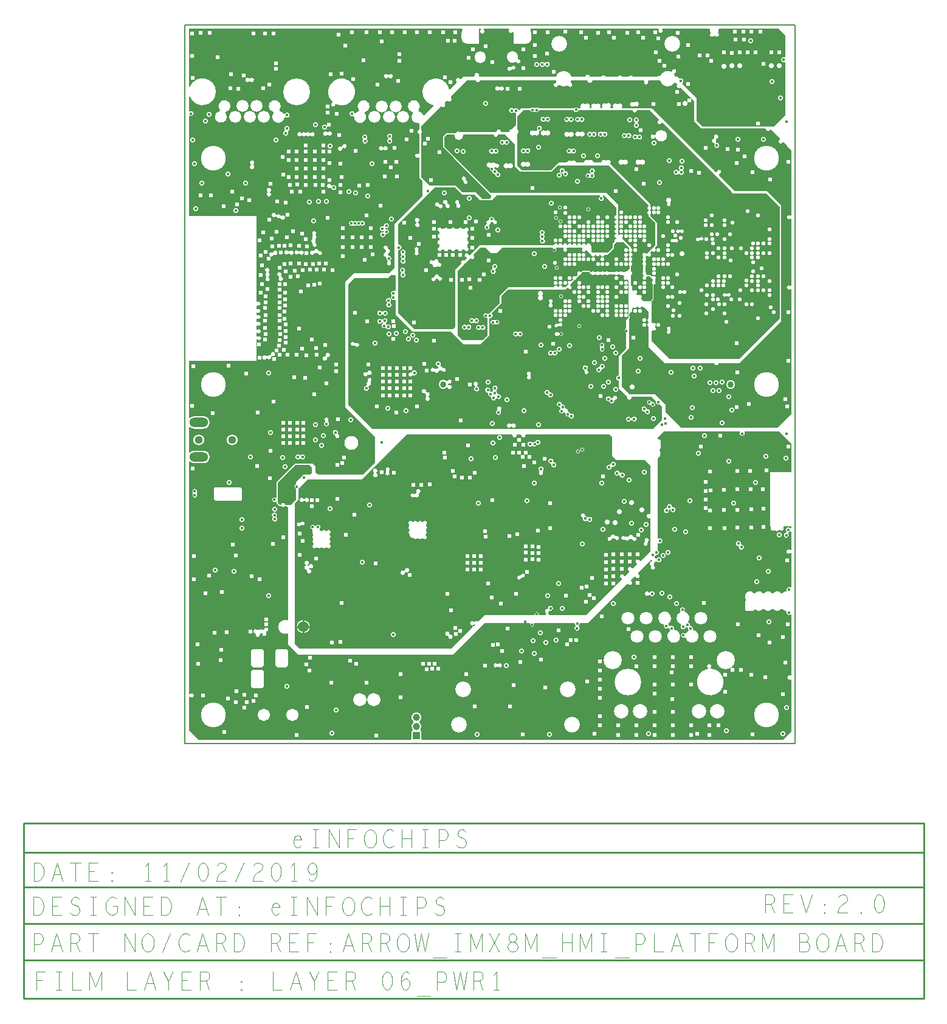
<source format=gbr>
G04 ================== begin FILE IDENTIFICATION RECORD ==================*
G04 Layout Name:  EI_ARROW_IMX8M_HMI_PLATFORM_17_00666_02.brd*
G04 Film Name:    L6_PWR1.gbr*
G04 File Format:  Gerber RS274X*
G04 File Origin:  Cadence Allegro 17.2-P019*
G04 Origin Date:  Mon Feb 11 12:30:40 2019*
G04 *
G04 Layer:  DRAWING FORMAT/L6*
G04 Layer:  DRAWING FORMAT/FILM_LABEL_OUTLINE*
G04 Layer:  VIA CLASS/L6_PWR1*
G04 Layer:  PIN/L6_PWR1*
G04 Layer:  ETCH/L6_PWR1*
G04 Layer:  DRAWING FORMAT/FILM_TITLE_BLOCK*
G04 Layer:  BOARD GEOMETRY/OUTLINE*
G04 *
G04 Offset:    (0.00 0.00)*
G04 Mirror:    No*
G04 Mode:      Positive*
G04 Rotation:  0*
G04 FullContactRelief:  No*
G04 UndefLineWidth:     5.00*
G04 ================== end FILE IDENTIFICATION RECORD ====================*
%FSLAX25Y25*MOIN*%
%IR0*IPPOS*OFA0.00000B0.00000*MIA0B0*SFA1.00000B1.00000*%
%ADD11O,.103X.052*%
%ADD13C,.06*%
%ADD16C,.016*%
%ADD10C,.034*%
%ADD12C,.044*%
%ADD15C,.03937*%
%ADD14R,.03937X.03937*%
%ADD17C,.01*%
%ADD18C,.004*%
%ADD19C,.005*%
%ADD20C,.0035*%
%ADD37C,.02104*%
%ADD36C,.02204*%
%ADD38C,.05004*%
%ADD28C,.02404*%
%ADD22C,.06004*%
%ADD33C,.07104*%
%ADD27C,.07204*%
%ADD29C,.02804*%
%ADD31C,.06604*%
%ADD25C,.07604*%
%ADD23C,.06704*%
%ADD26C,.08604*%
%ADD34C,.07904*%
%ADD35C,.09904*%
%ADD24C,.13604*%
%ADD32C,.14604*%
%ADD30C,.14704*%
%ADD21O,.05934X.06524*%
G75*
%LPD*%
G75*
G36*
G01X129770Y6368D02*
G03X129235Y7124I-801J0D01*
G02X129107Y7602I100J283D01*
G03X128608Y11656I-2107J1798D01*
G02Y12144I174J244D01*
G03X125392I-1608J2256D01*
G02Y11656I-174J-244D01*
G03X124893Y7602I1608J-2256D01*
G02X124765Y7124I-228J-195D01*
G03X124230Y6368I266J-756D01*
G01Y2432D01*
G03Y2409I802J-12D01*
G02X123930Y2100I-300J-9D01*
G01X7600D01*
X2200Y7500D01*
Y25497D01*
G02X2740Y25677I300J0D01*
G03Y27123I960J723D01*
G02X2200Y27303I-240J180D01*
G01Y154464D01*
G02X2714Y154673I300J-1D01*
G03X5147Y153650I2432J2379D01*
G01X10247D01*
G03Y160452I0J3401D01*
G01X5147D01*
G03X2714Y159429I-1J-3402D01*
G02X2200Y159638I-214J210D01*
G01Y173362D01*
G02X2714Y173571I300J-1D01*
G03X5147Y172548I2432J2379D01*
G01X10247D01*
G03Y179350I0J3401D01*
G01X5147D01*
G03X2714Y178327I-1J-3402D01*
G02X2200Y178536I-214J210D01*
G01Y209898D01*
X39170D01*
Y221210D01*
G02X39696Y221408I300J0D01*
G03Y222992I904J792D01*
G02X39170Y223190I-226J198D01*
G01Y224806D01*
G02X39676Y225025I300J1D01*
G03Y226775I824J875D01*
G02X39170Y226994I-206J218D01*
G01Y228820D01*
G02X39656Y229056I300J0D01*
G03Y230944I744J944D01*
G02X39170Y231180I-186J236D01*
G01Y232520D01*
G02X39656Y232756I300J0D01*
G03Y234644I744J944D01*
G02X39170Y234880I-186J236D01*
G01Y235848D01*
G02X39636Y236098I300J0D01*
G03Y238102I664J1002D01*
G02X39170Y238352I-166J250D01*
G01Y239748D01*
G02X39636Y239998I300J0D01*
G03Y242002I664J1002D01*
G02X39170Y242252I-166J250D01*
G01Y289002D01*
X2200D01*
Y343755D01*
G02X2659Y344010I300J1D01*
G03Y346390I741J1190D01*
G02X2200Y346645I-159J254D01*
G01Y354336D01*
G02X2779Y354446I300J0D01*
G03Y359848I6838J2701D01*
G02X2200Y359958I-279J110D01*
G01Y391700D01*
X152009D01*
G02X152252Y391223I1J-300D01*
G03X151642Y389357I2554J-1868D01*
G01Y386601D01*
G03X154806Y383438I3164J1D01*
G01X161416D01*
Y391700D01*
X162197D01*
G02X162377Y391160I0J-300D01*
G03X163823I723J-960D01*
G02X164003Y391700I180J240D01*
G01X177598D01*
G02X177838Y391220I0J-300D01*
G03X179748Y389761I962J-720D01*
G02X180284Y389577I236J-185D01*
G01Y383438D01*
X186894D01*
G03X190058Y386601I0J3164D01*
G01Y389357D01*
G03X189448Y391223I-3164J-2D01*
G02X189691Y391700I242J177D01*
G01X259598D01*
G02X259838Y391220I0J-300D01*
G03X261762I962J-720D01*
G02X262002Y391700I240J180D01*
G01X287552D01*
G02X287831Y391290I0J-300D01*
G03X288335Y389817I1119J-440D01*
G02X288345Y389308I-153J-258D01*
G03X290100Y387815I655J-1008D01*
G02X290639Y387835I274J-121D01*
G03X292431Y389354I1061J565D01*
G02X292411Y389813I183J238D01*
G03X292663Y391260I-811J887D01*
G02X292929Y391700I266J140D01*
G01X325500D01*
X329200Y388000D01*
Y376293D01*
G02X328794Y376012I-300J0D01*
G03Y373388I-494J-1312D01*
G02X329200Y373107I106J-281D01*
G01Y344100D01*
X325751Y340651D01*
X325717Y340639D01*
G03X324961Y339883I383J-1139D01*
G01X324949Y339849D01*
X323050Y337950D01*
X320150D01*
X320130Y337956D01*
G03X319470I-330J-1156D01*
G01X319450Y337950D01*
X284050D01*
X280700Y341300D01*
Y353700D01*
X272846Y361554D01*
G02X272871Y362002I212J213D01*
G03X271315Y364323I-871J1098D01*
G02X270874Y364529I-146J262D01*
G03X269162Y365381I-1181J-226D01*
G01X269066Y365334D01*
X268924Y365476D01*
G03X268313Y366748I-4131J-1202D01*
G02X268506Y367216I245J173D01*
G03X267101Y368480I-206J1184D01*
G02X266801Y368200I-299J20D01*
G01X266552D01*
X266523Y368213D01*
G03X260826Y365938I-1730J-3939D01*
G02X260420Y365784I-276J116D01*
G03X259003Y365500I-520J-1084D01*
G01X245751D01*
G03X243649I-1051J-584D01*
G01X239593D01*
G03X237407I-1093J-500D01*
G01X236371D01*
G03X235205I-583J-1051D01*
G01X230669D01*
X230633Y365600D01*
G03X228367I-1133J-400D01*
G01X228331Y365500D01*
X222004D01*
X221981Y365622D01*
G03X219619I-1181J-222D01*
G01X219596Y365500D01*
X211831D01*
G03X203583I-4124J-1226D01*
G01X161477D01*
G02X161202Y365920I0J300D01*
G03X158998I-1102J480D01*
G02X158723Y365500I-275J-120D01*
G01X152500D01*
X151174Y364174D01*
G02X150710Y364223I-212J212D01*
G03X149048Y362561I-1010J-652D01*
G02X149097Y362097I-163J-252D01*
G01X145360Y358360D01*
G02X144854Y358512I-212J212D01*
G03X136184Y349842I-7205J-1465D01*
G02X136336Y349336I-60J-294D01*
G01X131169Y344169D01*
G02X130671Y344288I-213J212D01*
G03X128205Y346499I-3140J-1021D01*
G02X128042Y346991I62J294D01*
G03X124889Y345941I-2478J2182D01*
G02X125052Y345449I-62J-294D01*
G03X128144Y340022I2479J-2182D01*
G02X128500Y339728I56J-295D01*
G01Y336350D01*
X128397Y336316D01*
G03Y334034I378J-1141D01*
G01X128500Y334000D01*
Y323425D01*
G02X128034Y323175I-300J0D01*
G03Y321173I-665J-1001D01*
G02X128500Y320923I166J-250D01*
G01Y310000D01*
X130200Y308300D01*
Y300000D01*
X115000Y284800D01*
Y260600D01*
X112000Y257600D01*
X92700D01*
X87800Y252700D01*
Y184300D01*
X104200Y167900D01*
Y154200D01*
X97500Y147500D01*
X73172D01*
G03X72759Y147675I-667J-1000D01*
G01X72716Y147684D01*
X71600Y148800D01*
Y152200D01*
X70400Y153400D01*
X60300D01*
X50400Y143500D01*
Y135030D01*
G02X49919Y134791I-300J0D01*
G03Y132555I-846J-1118D01*
G02X50400Y132316I181J-239D01*
G01Y131700D01*
X52000Y130100D01*
X52858D01*
G03X54942I1042J600D01*
G01X56000D01*
X56600Y129500D01*
Y67814D01*
G02X56200Y67531I-300J0D01*
G03Y60359I-1263J-3586D01*
G02X56600Y60076I100J-283D01*
G01Y54300D01*
X62000Y48900D01*
X66635D01*
G03X66765I65J1200D01*
G01X147300D01*
X164400Y66000D01*
X185827D01*
G03X187099I636J900D01*
G01X189133D01*
G02X189404Y65572I0J-300D01*
G03X191396I996J-472D01*
G02X191667Y66000I271J128D01*
G01X213426D01*
G02X213725Y65713I-1J-300D01*
G03X214199Y64724I1401J63D01*
G02X214194Y64270I-198J-225D01*
G03X216027Y64252I906J-1070D01*
G02X216032Y64706I198J225D01*
G03X216527Y65713I-906J1070D01*
G02X216826Y66000I300J-13D01*
G01X221100D01*
X242578Y87478D01*
G02X243051Y87412I211J-213D01*
G03X244688Y89049I1049J588D01*
G02X244622Y89522I147J262D01*
G01X246657Y91557D01*
G02X247155Y91435I212J-212D01*
G03X248665Y92945I1145J365D01*
G02X248543Y93443I90J286D01*
G01X255701Y100601D01*
G02X256213Y100409I213J-212D01*
G03X256242Y100211I1200J75D01*
G02X255991Y99844I-292J-70D01*
G03X255572Y97601I162J-1191D01*
G02X255661Y97151I-145J-262D01*
G03X257181Y97452I939J-751D01*
G02X257092Y97902I145J262D01*
G03X257323Y98930I-939J751D01*
G02X257574Y99297I292J70D01*
G03X258410Y99818I-162J1191D01*
G02X258896Y99836I250J-167D01*
G03X258770Y101373I1104J864D01*
G02X258288Y101311I-263J143D01*
G03X257618Y101672I-876J-823D01*
G02X257472Y102194I51J296D01*
G03X257854Y102736I-922J1056D01*
G01X257865Y102765D01*
X258409Y103309D01*
X258479Y103303D01*
G03X259400Y105851I121J1397D01*
G01Y109561D01*
G02X259848Y109822I300J0D01*
G03Y112260I693J1219D01*
G02X259400Y112521I-148J261D01*
G01Y156406D01*
G03X260818Y158783I-1283J2377D01*
G01Y159183D01*
G03X260316Y160751I-2702J-1D01*
G02X260412Y161186I244J174D01*
G03X260818Y161883I-395J697D01*
G01Y166083D01*
G03X260016Y166884I-801J0D01*
G01X259400D01*
Y167700D01*
X262700Y171000D01*
X304098D01*
G02X304363Y170559I0J-300D01*
G03X306837I1237J-659D01*
G02X307102Y171000I265J141D01*
G01X325900D01*
X332600Y164300D01*
Y148846D01*
X320820D01*
Y118922D01*
X321184D01*
G02X321434Y118455I0J-300D01*
G03X323222Y116882I1001J-664D01*
G02X323659Y116834I196J-227D01*
G03X325697Y117014I963J719D01*
G02X326204Y117061I268J-135D01*
G03X328161Y118455I956J729D01*
G02X328411Y118922I250J167D01*
G01X332600D01*
Y118068D01*
G02X332053Y117897I-300J0D01*
G03X329907Y116110I-1153J-797D01*
G02X329713Y115599I-213J-212D01*
G03X330793Y115190I88J-1399D01*
G02X330987Y115701I213J212D01*
G03X332053Y116303I-87J1399D01*
G02X332600Y116132I247J-171D01*
G01Y106103D01*
G02X332060Y105923I-300J0D01*
G03Y104477I-960J-723D01*
G02X332600Y104297I240J-180D01*
G01Y85756D01*
G02X332145Y85500I-300J0D01*
G03X330083Y83874I-726J-1200D01*
G02X329801Y83482I-286J-92D01*
G03X327581Y82276I30J-2701D01*
G02X327081I-250J166D01*
G03X322581I-2250J-1495D01*
G02X322081I-250J166D01*
G03X317581I-2250J-1495D01*
G02X317081I-250J166D01*
G03X312581I-2250J-1495D01*
G02X312081I-250J166D01*
G03X307130Y80781I-2250J-1495D01*
G01Y80381D01*
G03X307631Y78813I2701J-1D01*
G02X307535Y78378I-244J-174D01*
G03X307130Y77681I397J-697D01*
G01Y73481D01*
G03X307931Y72680I801J0D01*
G01X311731D01*
G03X312532Y73481I0J801D01*
G01Y73656D01*
X312751D01*
X312795Y73605D01*
G03X317081Y73886I2036J1776D01*
G02X317581I250J-166D01*
G03X322081I2250J1495D01*
G02X322581I250J-166D01*
G03X327081I2250J1495D01*
G02X327581I250J-166D01*
G03X329685Y72683I2251J1495D01*
G02X329956Y72299I-17J-299D01*
G03X332124Y70766I1344J-399D01*
G02X332600Y70523I176J-243D01*
G01Y37551D01*
G02X332150Y37291I-300J0D01*
G03Y35209I-600J-1041D01*
G02X332600Y34949I150J-260D01*
G01Y6900D01*
X327800Y2100D01*
X130070D01*
G02X129770Y2409I0J300D01*
G03Y2432I-802J11D01*
G01Y6368D01*
G37*
G36*
G01X62700Y52200D02*
X60200Y54700D01*
Y131700D01*
X62300Y133800D01*
Y139500D01*
X67400Y144600D01*
X96900D01*
X121800Y169500D01*
X179328D01*
G02X179622Y169140I0J-300D01*
G03X181978I1178J-240D01*
G02X182272Y169500I294J60D01*
G01X184192D01*
G02X184484Y169131I0J-300D01*
G03X186824I1170J-277D01*
G02X187116Y169500I292J69D01*
G01X232900D01*
X234200Y168200D01*
Y157800D01*
X236600Y155400D01*
X252300D01*
X255200Y152500D01*
Y126352D01*
G03X255067Y125975I1051J-583D01*
G02X254677Y125741I-296J51D01*
G03X254780Y123498I-377J-1141D01*
G02X255200Y123223I120J-275D01*
G01Y105500D01*
X249889Y100189D01*
G02X249402Y100281I-212J212D01*
G03X247819Y98698I-1102J-481D01*
G02X247911Y98211I-120J-275D01*
G01X245718Y96018D01*
G02X245225Y96124I-212J212D01*
G03X243676Y94575I-1125J-424D01*
G02X243782Y94082I-106J-281D01*
G01X241399Y91699D01*
G02X240890Y91869I-212J212D01*
G03X239531Y90510I-1190J-169D01*
G02X239701Y90001I-42J-297D01*
G01X220000Y70300D01*
X200010D01*
X199994Y70432D01*
G03X199344Y71309I-1094J-132D01*
G02X199259Y71801I121J274D01*
G03X199602Y72599I-759J799D01*
G02X200004Y72881I300J0D01*
G03X199091Y74011I476J1319D01*
G02X198731Y73678I-297J-40D01*
G03X198056Y71591I-232J-1078D01*
G02X198141Y71099I-121J-274D01*
G03X197806Y70432I759J-799D01*
G01X197790Y70300D01*
X194357D01*
G02X194064Y70666I0J300D01*
G03X191914I-1075J241D01*
G02X191621Y70300I-293J-66D01*
G01X164400D01*
X160904Y66804D01*
X160799Y66898D01*
G03X159040Y66723I-799J-898D01*
G02X158560I-240J180D01*
G03Y65277I-960J-723D01*
G02X159040I240J-180D01*
G03X159102Y65201I962J721D01*
G01X159196Y65096D01*
X158603Y64503D01*
X158545Y64501D01*
G03X157399Y63355I55J-1201D01*
G01X157397Y63297D01*
X146300Y52200D01*
X62700D01*
G37*
G36*
G01X103100Y172300D02*
X89500Y185900D01*
Y251700D01*
X92800Y255000D01*
X111500D01*
X113100Y256600D01*
X115400D01*
X115500Y256500D01*
Y248202D01*
G02X115059Y247937I-300J0D01*
G03X113366Y245753I-659J-1237D01*
G02Y245347I-221J-203D01*
G03X115059Y243163I1034J-947D01*
G02X115500Y242898I141J-265D01*
G01Y235100D01*
X124900Y225700D01*
X145800D01*
X152700Y218800D01*
X162000D01*
X166900Y223700D01*
Y232813D01*
G02X167240Y233111I300J1D01*
G03X168332Y235572I188J1389D01*
G02X168313Y236013I193J229D01*
G01X173700Y241400D01*
Y245300D01*
X177200Y248800D01*
X208500D01*
X209526Y249826D01*
G02X210027Y249693I212J-212D01*
G03X211141Y251086I1063J292D01*
G01X211083Y251089D01*
X210936Y251236D01*
X211142Y251442D01*
X211196Y251447D01*
G03X212187Y252438I-106J1097D01*
G01X212192Y252492D01*
X213700Y254000D01*
X213754Y254005D01*
G03X214746Y254997I-105J1097D01*
G01X214751Y255051D01*
X216260Y256560D01*
X216314Y256565D01*
G03X217305Y257556I-106J1097D01*
G01X217310Y257610D01*
X218200Y258500D01*
X221600D01*
X222871Y257229D01*
X222883Y257204D01*
G03X224766Y257000I1002J458D01*
G01X225562D01*
G03X227324I881J662D01*
G01X228122D01*
G03X229884I881J662D01*
G01X230681D01*
G03X232443I881J662D01*
G01X235798D01*
G03X237560I881J662D01*
G01X238357D01*
G03X239966Y256834I881J662D01*
G01X240918Y255882D01*
G03X242476Y254324I779J-779D01*
G01X243300Y253500D01*
Y250301D01*
X243294Y250281D01*
G03Y249689I1062J-296D01*
G01X243300Y249669D01*
Y247742D01*
X243294Y247722D01*
G03Y247130I1062J-296D01*
G01X243300Y247110D01*
Y245179D01*
X243295Y245160D01*
G03Y244574I1062J-293D01*
G01X243300Y244555D01*
Y242624D01*
X243294Y242604D01*
G03Y242012I1062J-296D01*
G01X243300Y241992D01*
Y240065D01*
X243294Y240045D01*
G03Y239453I1062J-296D01*
G01X243300Y239433D01*
Y237506D01*
X243294Y237486D01*
G03Y236894I1062J-296D01*
G01X243300Y236874D01*
Y234946D01*
X243294Y234926D01*
G03Y234334I1062J-296D01*
G01X243300Y234314D01*
Y233500D01*
X241800Y232000D01*
Y227290D01*
X241692Y227258D01*
G03Y225142I308J-1058D01*
G01X241800Y225110D01*
Y216100D01*
X238100Y212400D01*
Y201999D01*
G02X237818Y201700I-300J0D01*
G03Y198900I82J-1400D01*
G02X238100Y198601I-18J-299D01*
G01Y194600D01*
X242683Y190017D01*
X242645Y189925D01*
G03X244929Y189734I1112J-457D01*
G02X245222Y190100I293J66D01*
G01X256100D01*
X258352Y187848D01*
X258312Y187754D01*
G03X260154Y185912I1288J-554D01*
G01X260248Y185952D01*
X261700Y184500D01*
Y177300D01*
X256700Y172300D01*
X103100D01*
G37*
G36*
G01X60800Y142165D02*
G03Y139627I596J-1269D01*
G01Y133705D01*
X57930Y130835D01*
X55101D01*
X55075Y130953D01*
G03X52725I-1175J-253D01*
G01X52699Y130835D01*
X52245D01*
X51100Y131980D01*
Y143200D01*
X60500Y152600D01*
X68200D01*
X69500Y151300D01*
Y148500D01*
X68500Y147500D01*
X65000D01*
X60800Y143300D01*
Y142165D01*
G37*
G36*
G01X265800Y210800D02*
X256100Y220500D01*
Y226157D01*
G02X256582Y226395I300J0D01*
G03X257872Y228181I669J876D01*
G02X257851Y228661I169J248D01*
G03X256561Y230443I-700J851D01*
G02X256100Y230696I-161J253D01*
G01Y242300D01*
X257100Y243300D01*
Y243349D01*
X257102Y243351D01*
Y251296D01*
G02X257239Y251446I150J1D01*
G03X257900Y253352I-88J1098D01*
G01Y254295D01*
G03X256442Y255946I-749J808D01*
G02X256036Y255964I-193J230D01*
G01X255400Y256600D01*
X255351D01*
X255349Y256602D01*
X253698D01*
X253056Y257244D01*
X253084Y257330D01*
G03X252600Y258607I-1051J332D01*
G01Y261834D01*
G03Y263724I-567J945D01*
G01Y264393D01*
G03Y266283I-567J945D01*
G01Y266600D01*
X253263Y267263D01*
G02X253715Y267232I213J-212D01*
G03X255259Y268776I878J666D01*
G02X255228Y269228I181J239D01*
G01X255821Y269821D01*
G02X256273Y269790I213J-212D01*
G03X257817Y271334I878J666D01*
G02X257786Y271786I181J239D01*
G01X258800Y272800D01*
Y285500D01*
X255400Y288900D01*
Y290179D01*
G03Y291679I-807J750D01*
G01Y292740D01*
G03Y294238I-808J749D01*
G01Y295500D01*
X233207Y317693D01*
X233275Y317795D01*
G03X231117Y319564I-1168J776D01*
G02X230695I-211J213D01*
G03X228306Y318642I-989J-994D01*
G01X228299Y318500D01*
X224064D01*
X224057Y318642D01*
G03X221668Y319564I-1400J-72D01*
G02X221246I-211J213D01*
G03X218857Y318642I-989J-994D01*
G01X218850Y318500D01*
X214581D01*
X214548Y318606D01*
G03X212219Y319189I-1340J-411D01*
G02X211797I-211J213D01*
G03X209468Y318606I-989J-994D01*
G01X209435Y318500D01*
X204900D01*
X200600Y314200D01*
X185000D01*
X182400Y316800D01*
Y334058D01*
G03Y336378I-788J1160D01*
G01Y343900D01*
X185700Y347200D01*
X189136D01*
X189149Y347064D01*
G03X191534Y346197I1396J127D01*
G02X191956I211J-213D01*
G03X194341Y347064I989J994D01*
G01X194354Y347200D01*
X213095D01*
X213116Y347074D01*
G03X215884I1384J221D01*
G01X215905Y347200D01*
X245200D01*
G02X245500Y346917I0J-300D01*
G03X247900I1200J67D01*
G02X248200Y347200I300J-17D01*
G01X254900D01*
X260006Y342094D01*
G02X259885Y341596I-212J-212D01*
G03X261396Y340085I366J-1145D01*
G02X261894Y340206I286J-91D01*
G01X300700Y301400D01*
X318900D01*
X326200Y294100D01*
Y233000D01*
X304000Y210800D01*
X265800D01*
G37*
G36*
G01X272300Y173000D02*
X263500Y181800D01*
Y185700D01*
X257700Y191500D01*
X243800D01*
X239500Y195800D01*
Y212900D01*
X243500Y216900D01*
Y232849D01*
X243902Y233251D01*
Y235797D01*
G02X244235Y236095I300J0D01*
G03X245155Y237949I121J1095D01*
G01X245055Y238055D01*
X246050Y239050D01*
X246156Y238950D01*
G03X247921Y239300I759J799D01*
G01X248468D01*
G03X250480I1006J449D01*
G01X251027D01*
G03X252240Y238667I1006J449D01*
G01X252318Y238682D01*
X254200Y236800D01*
Y233105D01*
X254115Y233064D01*
G03Y231078I477J-993D01*
G01X254200Y231037D01*
Y230545D01*
X254115Y230504D01*
G03Y228518I477J-993D01*
G01X254200Y228477D01*
Y217400D01*
X263200Y208400D01*
X290296D01*
X290319Y208278D01*
G03X292681I1181J222D01*
G01X292704Y208400D01*
X303800D01*
X326800Y231400D01*
Y232749D01*
X326802Y232751D01*
Y294349D01*
X326800Y294351D01*
Y295100D01*
X319000Y302900D01*
X301400D01*
X292809Y311491D01*
G02X292997Y312002I212J212D01*
G03X291702Y313297I-97J1198D01*
G02X291191Y313109I-299J24D01*
G01X256100Y348200D01*
X239980D01*
G02X239716Y348644I-1J300D01*
G03X237497Y350310I-1230J672D01*
G02X237075I-211J213D01*
G03X234856Y348644I-989J-994D01*
G02X234592Y348200I-263J-144D01*
G01X233599D01*
G02X233370Y348694I0J300D01*
G03X231230Y350506I-1070J906D01*
G02X231018Y350489I-114J97D01*
G03X228929Y348663I-912J-1065D01*
G02X228677Y348200I-252J-163D01*
G01X228002D01*
G02X227737Y348641I0J300D01*
G03X225591Y350368I-1237J659D01*
G02X225199Y350370I-195J228D01*
G03X223045Y348644I-924J-1055D01*
G02X222781Y348200I-263J-144D01*
G01X222263D01*
G02X221999Y348644I-1J300D01*
G03X219780Y350310I-1230J672D01*
G02X219358I-211J213D01*
G03X217139Y348644I-989J-994D01*
G02X216875Y348200I-263J-144D01*
G01X215571D01*
G03X213429I-1071J-905D01*
G01X193918D01*
G03X192013Y348238I-973J-1009D01*
G01X191970Y348200D01*
X191520D01*
X191477Y348238D01*
G03X189572Y348200I-932J-1047D01*
G01X184500D01*
X183413Y347113D01*
G02X182911Y347248I-212J212D01*
G03X180566Y347885I-1356J-357D01*
G02X180144I-211J213D01*
G03Y345897I-989J-994D01*
G02X180566I211J-213D01*
G03X181460Y345492I989J994D01*
G02X181600Y345343I-10J-150D01*
G01Y339100D01*
X179118Y336618D01*
X179065Y336612D01*
G03X177818Y335365I147J-1394D01*
G01X177812Y335312D01*
X177700Y335200D01*
X173307D01*
X173301Y335344D01*
G03X170899I-1201J-44D01*
G01X170893Y335200D01*
X151121D01*
G03X148189Y334302I-924J-2217D01*
G01X143351D01*
X141698Y332649D01*
Y326751D01*
X147500Y320949D01*
Y320800D01*
X167900Y300400D01*
Y299300D01*
X167002Y298402D01*
X163398D01*
X159700Y302100D01*
X152300D01*
X148500Y305900D01*
X134200D01*
X129600Y310500D01*
Y334301D01*
G03Y336049I-825J874D01*
G01Y338200D01*
X140338Y348938D01*
G02X140760Y348940I212J-212D01*
G03X142498Y350599I840J859D01*
G02X142510Y351010I224J199D01*
G01X143697Y352197D01*
G02X144147Y352168I212J-212D01*
G03X145832Y353853I953J732D01*
G02X145803Y354303I183J238D01*
G01X154800Y363300D01*
X159454D01*
X159487Y363197D01*
G03X161773I1143J373D01*
G01X161806Y363300D01*
X203515D01*
X203544Y363188D01*
G03X203823Y362423I4163J1085D01*
G02X203522Y361996I-271J-129D01*
G03X204595Y360666I-122J-1196D01*
G02X205076Y360870I298J-33D01*
G03X209794Y360512I2631J3404D01*
G02X210208Y360382I145J-263D01*
G03X211749Y362023I1078J532D01*
G02X211593Y362429I115J277D01*
G03X211870Y363188I-3885J1848D01*
G01X211899Y363300D01*
X220598D01*
G02X220898Y363000I0J-300D01*
G03X223302I1202J0D01*
G02X223602Y363300I300J0D01*
G01X235434D01*
X235455Y363294D01*
G03X236121I333J1155D01*
G01X236142Y363300D01*
X251583D01*
G02X251846Y362856I0J-300D01*
G03X253954I1054J-578D01*
G02X254217Y363300I263J144D01*
G01X260601D01*
X260630Y363188D01*
G03X268561Y362197I4163J1086D01*
G02X269035Y362265I263J-145D01*
G01X270108Y361192D01*
X270012Y361086D01*
G03X271710Y359388I888J-810D01*
G02X271917Y359383I101J-111D01*
G01X279200Y352100D01*
Y341100D01*
X283300Y337000D01*
X318301D01*
G02X318601Y336720I1J-300D01*
G03X320902Y336319I1199J80D01*
G02X321389Y336411I275J-120D01*
G01X326311Y331489D01*
G02X326219Y331002I-212J-212D01*
G03X327802Y329419I481J-1102D01*
G02X328289Y329511I275J-120D01*
G01X330197Y327603D01*
X330199Y327545D01*
G03X331345Y326399I1201J55D01*
G01X331403Y326397D01*
X332600Y325200D01*
Y289423D01*
G02X332080Y289218I-300J-1D01*
G03Y287582I-880J-818D01*
G02X332600Y287377I220J-204D01*
G01Y251021D01*
G02X332100Y250797I-300J0D01*
G03Y249003I-800J-897D01*
G02X332600Y248779I200J-224D01*
G01Y180800D01*
X324800Y173000D01*
X272300D01*
G37*
G36*
G01X237500Y285075D02*
G03Y286545I-821J735D01*
G01Y287634D01*
G03Y289104I-821J735D01*
G01Y295400D01*
X231300Y301600D01*
X167700D01*
X142300Y327000D01*
Y332400D01*
X143600Y333700D01*
X147527D01*
G02X147824Y333354I1J-300D01*
G03X152570I2373J-371D01*
G02X152867Y333700I296J46D01*
G01X169293D01*
X169299Y333556D01*
G03X171701I1201J44D01*
G01X171707Y333700D01*
X175700D01*
X180950Y328450D01*
Y316450D01*
X184100Y313300D01*
X201000D01*
X204500Y316800D01*
X210668D01*
X210675Y316799D01*
G03X210941I133J1396D01*
G01X210948Y316800D01*
X213068D01*
X213075Y316799D01*
G03X213341I133J1396D01*
G01X213348Y316800D01*
X232700D01*
X254300Y295200D01*
Y294557D01*
X254203Y294520D01*
G03Y292458I389J-1031D01*
G01X254300Y292421D01*
Y291996D01*
X254203Y291960D01*
G03Y289898I390J-1031D01*
G01X254300Y289862D01*
Y289000D01*
X258100Y285200D01*
Y273200D01*
X253392Y268492D01*
G02X252934Y268531I-213J212D01*
G03X251399Y266996I-901J-634D01*
G02X251438Y266538I-173J-245D01*
G01X251200Y266300D01*
Y266061D01*
X251168Y266020D01*
G03X251200Y264617I865J-682D01*
G01Y263500D01*
G03Y262058I833J-721D01*
G01Y258383D01*
G03X251488Y256704I833J-721D01*
G01X251506Y256694D01*
X251627Y256573D01*
G02X251547Y256092I-212J-212D01*
G03X253030Y255572I486J-989D01*
G02X253301Y256000I271J128D01*
G01X255100D01*
X256049Y255051D01*
X256054Y254997D01*
G03X256500Y254214I1097J106D01*
G01Y253433D01*
G03Y251655I651J-889D01*
G01Y243600D01*
X255400Y242500D01*
X251400D01*
X250245Y243655D01*
G02X250247Y244081I212J212D01*
G03X248689Y245639I-773J785D01*
G02X248263Y245637I-214J210D01*
G01X247686Y246214D01*
G02X247688Y246640I212J212D01*
G03X246129Y248199I-773J786D01*
G02X245703Y248197I-214J210D01*
G01X245127Y248773D01*
G02X245129Y249199I212J212D01*
G03X244615Y251056I-773J786D01*
G01X244500Y251084D01*
Y256563D01*
X244615Y256591D01*
G03Y258733I-259J1071D01*
G01X244500Y258761D01*
Y261680D01*
X244615Y261708D01*
G03Y263850I-259J1071D01*
G01X244500Y263878D01*
Y264239D01*
X244615Y264267D01*
G03Y266409I-259J1071D01*
G01X244500Y266437D01*
Y266798D01*
X244615Y266826D01*
G03Y268968I-259J1071D01*
G01X244500Y268996D01*
Y269357D01*
X244615Y269385D01*
G03Y271527I-259J1071D01*
G01X244500Y271555D01*
Y272000D01*
X239768Y276732D01*
G02X239822Y277198I213J212D01*
G03X238303Y278717I-584J935D01*
G02X237837Y278663I-254J159D01*
G01X237500Y279000D01*
Y279957D01*
G03Y281427I-821J735D01*
G01Y282516D01*
G03Y283986I-821J735D01*
G01Y285075D01*
G37*
G36*
G01X152200Y221000D02*
X149600Y223600D01*
Y259100D01*
X152983Y262483D01*
X153012Y262494D01*
G03X153707Y263189I-428J1123D01*
G01X153718Y263218D01*
X156289Y265789D01*
G02X156717Y265784I212J-213D01*
G03X158417Y267484I867J833D01*
G02X158412Y267912I208J216D01*
G01X162200Y271700D01*
X164900D01*
X165450Y271150D01*
X165461Y271128D01*
G03X166001Y270588I1076J536D01*
G01X166023Y270577D01*
X168000Y268600D01*
X170800D01*
X173900Y271700D01*
X201717D01*
G02X201928Y271186I1J-300D01*
G03X203472I772J-786D01*
G02X203683Y271700I210J214D01*
G01X207494D01*
G02X207715Y271198I-1J-300D01*
G03X209345I815J-742D01*
G02X209566Y271700I222J202D01*
G01X217731D01*
G02X217952Y271198I-1J-300D01*
G03X219867Y270382I815J-742D01*
G01X219870Y270438D01*
X220016Y270584D01*
X220226Y270374D01*
X220232Y270323D01*
G03X221193Y269362I1094J133D01*
G01X221244Y269356D01*
X222785Y267815D01*
X222791Y267764D01*
G03X224979Y267768I1094J134D01*
G01X224995Y267900D01*
X225334D01*
X225350Y267768D01*
G03X227538I1094J129D01*
G01X227554Y267900D01*
X227893D01*
X227909Y267768D01*
G03X230097I1094J129D01*
G01X230113Y267900D01*
X231900D01*
X235300Y271300D01*
Y273400D01*
X236405Y274505D01*
X236482Y274491D01*
G03X237462Y274800I197J1084D01*
G01X240400D01*
X243559Y271641D01*
G02X243563Y271221I-212J-212D01*
G03X243800Y269505I793J-765D01*
G01Y268848D01*
G03Y266946I556J-951D01*
G01Y266289D01*
G03Y264387I556J-951D01*
G01Y263730D01*
G03Y261828I556J-951D01*
G01Y260100D01*
X242331Y258631D01*
X242238Y258672D01*
G03X241081Y258500I-441J-1010D01*
G01X239954D01*
G03X238522I-716J-838D01*
G01X237395D01*
G03X235963I-716J-838D01*
G01X232278D01*
G03X230846I-716J-838D01*
G01X229719D01*
G03X228287I-716J-838D01*
G01X227159D01*
G03X225727I-716J-838D01*
G01X224601D01*
G03X223169I-716J-838D01*
G01X222600D01*
X221900Y259200D01*
X218000D01*
X217323Y258523D01*
G02X216917Y258505I-213J212D01*
G03X215365Y256953I-709J-843D01*
G02X215347Y256547I-230J-193D01*
G01X214763Y255963D01*
G02X214358Y255946I-212J212D01*
G03X212805Y254393I-709J-844D01*
G02X212788Y253988I-229J-193D01*
G01X212205Y253405D01*
G02X211799Y253387I-213J212D01*
G03X210247Y251835I-709J-843D01*
G02X210229Y251429I-230J-193D01*
G01X208900Y250100D01*
X207074D01*
X207048Y250218D01*
G03X204894I-1077J-234D01*
G01X204868Y250100D01*
X204515D01*
X204489Y250218D01*
G03X202335I-1077J-234D01*
G01X202309Y250100D01*
X177500D01*
X172700Y245300D01*
Y241500D01*
X167051Y235851D01*
X167015Y235840D01*
G03X166439Y235494I413J-1340D01*
G02X166017I-211J213D01*
G03X165664Y233251I-989J-994D01*
G02X166100Y232983I136J-268D01*
G01Y223800D01*
X163300Y221000D01*
X152200D01*
G37*
G36*
G01X125800Y227000D02*
X117100Y235700D01*
Y270198D01*
G02X117398Y270498I300J0D01*
G03Y273302I-9J1402D01*
G02X117100Y273602I2J300D01*
G01Y284700D01*
X133784Y301384D01*
X133813Y301395D01*
G03X134605Y302187I-513J1305D01*
G01X134616Y302216D01*
X137100Y304700D01*
X148300D01*
X152150Y300850D01*
X159050D01*
X162100Y297800D01*
X168500D01*
X171000Y300300D01*
X227432D01*
G02X227603Y299753I0J-300D01*
G03X229197I797J-1153D01*
G02X229368Y300300I171J247D01*
G01X229900D01*
X236500Y293700D01*
Y289462D01*
X236389Y289432D01*
G03Y287306I290J-1063D01*
G01X236500Y287276D01*
Y286903D01*
X236389Y286873D01*
G03Y284747I290J-1063D01*
G01X236500Y284717D01*
Y284344D01*
X236389Y284314D01*
G03Y282188I290J-1063D01*
G01X236500Y282158D01*
Y281785D01*
X236389Y281755D01*
G03Y279629I290J-1063D01*
G01X236500Y279599D01*
Y279226D01*
X236389Y279196D01*
G03Y277070I290J-1063D01*
G01X236500Y277040D01*
Y276668D01*
X236389Y276638D01*
G03X235706Y275057I290J-1063D01*
G01X235759Y274959D01*
X234600Y273800D01*
Y271700D01*
X232100Y269200D01*
X223500D01*
X222800Y269900D01*
Y272700D01*
X222428Y273072D01*
X222422Y273125D01*
G03X220230Y273134I-1096J-110D01*
G01X220216Y273000D01*
X219877D01*
X219863Y273134D01*
G03X217671I-1096J-118D01*
G01X217657Y273000D01*
X217318D01*
X217304Y273134D01*
G03X215112I-1096J-119D01*
G01X215098Y273000D01*
X214759D01*
X214745Y273134D01*
G03X212553I-1096J-119D01*
G01X212539Y273000D01*
X212200D01*
X212186Y273134D01*
G03X209994I-1096J-119D01*
G01X209980Y273000D01*
X209640D01*
X209626Y273134D01*
G03X207434I-1096J-119D01*
G01X207420Y273000D01*
X207081D01*
X207067Y273134D01*
G03X204875I-1096J-119D01*
G01X204861Y273000D01*
X204522D01*
X204508Y273134D01*
G03X202316I-1096J-119D01*
G01X202302Y273000D01*
X161700D01*
X156209Y267509D01*
G02X155698Y267697I-212J212D01*
G03X154403Y266402I-1198J-97D01*
G02X154591Y265891I-24J-299D01*
G01X153290Y264590D01*
G03X151548Y263007I-706J-973D01*
G01X151607Y262907D01*
X148200Y259500D01*
Y228200D01*
X147000Y227000D01*
X125800D01*
G37*
%LPC*%
G75*
G36*
G01X36364Y31267D02*
Y39567D01*
G02X37165Y40368I801J0D01*
G01X42365D01*
G02X43166Y39567I0J-801D01*
G01Y31267D01*
G02X42365Y30466I-801J0D01*
G01X37165D01*
G02X36364Y31267I0J801D01*
G37*
G36*
G01Y42684D02*
Y50984D01*
G02X37165Y51786I801J1D01*
G01X42365D01*
G02X43166Y50984I-1J-802D01*
G01Y42684D01*
G02X42365Y41882I-801J-1D01*
G01X37165D01*
G02X36364Y42684I1J802D01*
G37*
G36*
G01X49750D02*
Y50984D01*
G02X50551Y51786I801J1D01*
G01X55751D01*
G02X56552Y50984I-1J-802D01*
G01Y42684D01*
G02X55751Y41882I-801J-1D01*
G01X50551D01*
G02X49750Y42684I1J802D01*
G37*
G36*
G01X30701Y133198D02*
X16699D01*
X15798Y134099D01*
Y139801D01*
X16399Y140402D01*
X30701D01*
X31202Y139901D01*
Y133699D01*
X30701Y133198D01*
G37*
G36*
G01X182531Y375353D02*
G03X182841Y375001I295J-53D01*
G02X181792Y373335I59J-1201D01*
G03X181340Y373463I-277J-116D01*
G02X176643Y375873I-1730J2410D01*
G01Y376463D01*
G02X182577I2967J0D01*
G01Y375873D01*
G02X182531Y375353I-2967J0D01*
G37*
G36*
G01X197619Y371307D02*
G03X197144Y371289I-231J-192D01*
G02X197081Y372993I-1144J811D01*
G03X197556Y373011I231J192D01*
G02X197619Y371307I1144J-811D01*
G37*
G36*
G01X179429Y369295D02*
G03X178984Y369181I-175J-244D01*
G02X178599Y370678I-1084J519D01*
G03X179044Y370792I175J244D01*
G02X179429Y369295I1084J-519D01*
G37*
G36*
G01X111857Y364938D02*
G03X111377I-240J-180D01*
G02Y366384I-960J723D01*
G03X111857I240J180D01*
G02Y364938I960J-723D01*
G37*
G36*
G01X35723Y362938D02*
G03X35243I-240J-180D01*
G02Y364384I-960J723D01*
G03X35723I240J180D01*
G02Y362938I960J-723D01*
G37*
G36*
G01X82924Y350332D02*
G03X82502Y350066I-122J-274D01*
G02X80804Y351195I-1202J34D01*
G03X80885Y351687I-124J273D01*
G02X82924Y350332I5032J5360D01*
G37*
G36*
G01X19061Y346599D02*
G03X19224Y347091I-62J294D01*
G02X22377Y346041I2478J2182D01*
G03X22214Y345549I62J-294D01*
G02X19061Y346599I-2478J-2182D01*
G37*
G36*
G01X56585Y335726D02*
G03X56461Y335285I125J-273D01*
G02X54715Y335774I-1161J-785D01*
G03X54839Y336215I-125J273D01*
G02X56585Y335726I1161J785D01*
G37*
G36*
G01X78451Y333487D02*
G03X77971I-240J-180D01*
G02Y334933I-960J723D01*
G03X78451I240J180D01*
G02Y333487I960J-723D01*
G37*
G36*
G01X64277Y333080D02*
G03X63797I-240J-180D01*
G02Y334526I-960J723D01*
G03X64277I240J180D01*
G02X66167Y334564I960J-723D01*
G03X66632I233J190D01*
G02X68522Y334526I930J-761D01*
G03X69002I240J180D01*
G02Y333080I960J-723D01*
G03X68522I-240J-180D01*
G02X66632Y333042I-960J723D01*
G03X66167I-233J-190D01*
G02X64277Y333080I-930J761D01*
G37*
G36*
G01X99737Y331360D02*
G03X99749Y331148I112J-100D01*
G02X97775Y331039I-932J-1047D01*
G03X97763Y331251I-112J100D01*
G02X99737Y331360I932J1047D01*
G37*
G36*
G01X113254Y331688D02*
G03Y331212I182J-238D01*
G02X111546I-854J-1112D01*
G03Y331688I-182J238D01*
G02X113254I854J1112D01*
G37*
G36*
G01X37609Y317377D02*
G03Y316897I180J-240D01*
G02X36163I-723J-960D01*
G03Y317377I-180J240D01*
G02X37609I723J960D01*
G37*
G36*
G01X46762Y302390D02*
G03Y301910I180J-240D01*
G02X45316I-723J-960D01*
G03Y302390I-180J240D01*
G02X46762I723J960D01*
G37*
G36*
G01X92375Y284002D02*
G02Y285998I-985J998D01*
G02X94345I985J-998D01*
G02X96315I985J-998D01*
G02Y284002I985J-998D01*
G02X94345I-985J998D01*
G02X92375I-985J998D01*
G37*
G36*
G01X71447Y274726D02*
G03X71579Y274289I253J-162D01*
G02X70085Y273835I-481J-1101D01*
G03X69953Y274272I-253J162D01*
G02X69870Y276434I481J1101D01*
G03X69983Y276859I-141J265D01*
G02X70143Y278343I1017J641D01*
G03X70123Y278783I-213J211D01*
G02X71757Y278857I777J917D01*
G03X71777Y278417I213J-211D01*
G02X71564Y276439I-777J-917D01*
G03X71451Y276014I141J-265D01*
G02X71447Y274726I-1017J-641D01*
G37*
G36*
G01X76804Y176278D02*
G03X76820Y176726I-192J231D01*
G02X78516Y176761I830J869D01*
G03X78550Y176315I216J-208D01*
G02X76804Y176278I-850J-1115D01*
G37*
G36*
G01X83788Y169947D02*
G03X83971Y169543I276J-119D01*
G02X82449Y168746I-371J-1143D01*
G03X82221Y169126I-287J86D01*
G02X83788Y169947I279J1374D01*
G37*
G36*
G01X63513Y156116D02*
G03X63072Y156097I-212J-213D01*
G02X62987Y157996I-1072J903D01*
G03X63428Y158015I212J213D01*
G02X63513Y156116I1072J-903D01*
G37*
G36*
G01X4339Y136942D02*
G03X4338Y137334I-228J195D01*
G02X6459Y137336I1060J918D01*
G03X6460Y136944I228J-195D01*
G02X4339Y136942I-1060J-918D01*
G37*
G36*
G01X265732Y128498D02*
G03X265453Y128111I8J-300D01*
G02X264080Y129102I-1341J-411D01*
G03X264359Y129489I-8J300D01*
G02X267102Y129880I1341J410D01*
G03X267454Y129580I300J-5D01*
G02X266298Y128220I246J-1380D01*
G03X265946Y128520I-300J5D01*
G02X265732Y128498I-250J1380D01*
G37*
G36*
G01X50179Y124290D02*
G03X50197Y124078I114J-97D01*
G02X48233Y123910I-897J-1078D01*
G03X48215Y124122I-114J97D01*
G02X50179Y124290I897J1078D01*
G37*
G36*
G01X304912Y109360D02*
G03X305192Y109000I294J-60D01*
G02X303752Y107880I-66J-1400D01*
G03X303472Y108240I-294J60D01*
G02X304912Y109360I66J1400D01*
G37*
G36*
G01X44731Y61307D02*
X44600Y61291D01*
Y61000D01*
X44503Y60903D01*
X44577Y60800D01*
G02X42419Y60322I-977J-700D01*
G01X42421Y60336D01*
Y60500D01*
X42147D01*
X42111Y60479D01*
G02X41455Y60313I-611J1035D01*
G03X41156Y59931I-11J-300D01*
G02X38843Y59924I-1156J-331D01*
G03X38583Y60304I-289J81D01*
G02X39597Y62300I117J1196D01*
G01X40591D01*
G02X42409I909J-786D01*
G01X43083D01*
G03X43383Y62580I1J300D01*
G02X44731Y61307I1199J-80D01*
G37*
G36*
G01X278505Y62687D02*
G03X278731Y62283I279J-109D01*
G02X274646Y57960I-631J-3496D01*
G03X274186Y58139I-292J-70D01*
G02X274418Y60264I-786J1161D01*
G03X274905Y60340I217J207D01*
G02X276151Y61756I3194J-1554D01*
G03X276200Y62217I-165J251D01*
G02X275800Y63283I1000J983D01*
G03X275518Y63600I-299J18D01*
G02X274960Y63753I84J1400D01*
G03X274537Y63577I-137J-267D01*
G02X272145Y64923I-1337J423D01*
G03X272011Y65406I-226J197D01*
G02X271698Y72051I1089J3381D01*
G03X271812Y72515I-119J275D01*
G02X274060Y72613I1088J885D01*
G03X274214Y72160I248J-168D01*
G02X276006Y66745I-1114J-3373D01*
G03X276137Y66295I245J-173D01*
G02X277000Y64917I-537J-1295D01*
G03X277282Y64600I299J-18D01*
G02X278505Y62687I-82J-1400D01*
G37*
G36*
G01X171808Y42094D02*
G03X171364I-222J-201D01*
G02Y43706I-892J806D01*
G03X171808I222J201D01*
G02Y42094I892J-806D01*
G37*
G36*
G01X54522Y343097D02*
G02X48752Y345549I-3291J270D01*
G03X48589Y346041I-225J198D01*
G02X51742Y347091I675J3232D01*
G03X51905Y346599I225J-198D01*
G02X54178Y344857I-673J-3233D01*
G03X54719Y344870I267J136D01*
G02X55029Y343289I1281J-570D01*
G03X54522Y343097I-208J-216D01*
G37*
G36*
G01X98514Y345449D02*
G02X92745Y343545I-2479J-2182D01*
G03X92314Y343840I-299J25D01*
G02X93032Y345537I-614J1260D01*
G03X93543Y345434I285J94D01*
G02X95361Y346499I2491J-2168D01*
G03X95524Y346991I-62J294D01*
G02X98677Y345941I2478J2182D01*
G03X98514Y345449I62J-294D01*
G37*
G36*
G01X108555Y325382D02*
G02Y326818I-964J718D01*
G03X109036I240J179D01*
G02Y325382I964J-718D01*
G03X108555I-240J-179D01*
G37*
G36*
G01X86349Y326064D02*
G02X85842Y327006I-1201J-39D01*
G03X86315Y327260I173J245D01*
G02X86822Y326318I1201J39D01*
G03X86349Y326064I-173J-245D01*
G37*
G36*
G01X80800Y305675D02*
G02X80316Y304376I900J-1075D01*
G03X79846Y304572I-296J-48D01*
G02X80316Y305834I-698J979D01*
G03X80800Y305675I291J71D01*
G37*
G36*
G01X52923Y289133D02*
G02X52556Y287846I777J-917D01*
G03X52077Y287983I-285J-92D01*
G02X50137Y288597I-777J917D01*
G03X49638Y288736I-290J-76D01*
G02X49963Y289901I-838J862D01*
G03X50462Y289762I290J76D01*
G02X52444Y289270I838J-862D01*
G03X52923Y289133I285J92D01*
G37*
G36*
G01X109882Y278845D02*
G02X108825Y280179I-1402J-25D01*
G03X109198Y280475I73J291D01*
G02Y280530I1402J28D01*
G03X108775Y280809I-300J6D01*
G02X108693Y283401I-575J1279D01*
G03X109098Y283685I105J281D01*
G02X110007Y282387I1402J15D01*
G03X109602Y282103I-105J-281D01*
G02Y282058I-1402J-23D01*
G03X110025Y281779I300J-6D01*
G02X110255Y279141I575J-1279D01*
G03X109882Y278845I-73J-291D01*
G37*
G36*
G01X62939Y269565D02*
G02X62900Y268515I1061J-565D01*
G03X62361Y268535I-274J-121D01*
G02X62400Y269585I-1061J565D01*
G03X62939Y269565I274J121D01*
G37*
G36*
G01X57339D02*
G02X57300Y268515I1061J-565D01*
G03X56761Y268535I-274J-121D01*
G02X56800Y269585I-1061J565D01*
G03X57339Y269565I274J121D01*
G37*
G36*
G01X73676Y269925D02*
G02X72923Y268555I424J-1125D01*
G03X72524Y268775I-294J-61D01*
G02X71443Y268893I-424J1125D01*
G03X70984Y268693I-164J-251D01*
G02X70457Y269907I-1184J207D01*
G03X70916Y270107I164J251D01*
G02X73277Y270145I1184J-207D01*
G03X73676Y269925I294J61D01*
G37*
G36*
G01X48470Y267723D02*
G02X47971Y268997I-1170J277D01*
G03X48430Y269177I167J249D01*
G02X48929Y267903I1170J-277D01*
G03X48470Y267723I-167J-249D01*
G37*
G36*
G01X112595Y264254D02*
G02X111174Y264167I-651J-1010D01*
G03X111122Y264662I-193J230D01*
G02X110433Y266288I658J1238D01*
G03X110156Y266671I-288J83D01*
G02X109947Y269047I44J1201D01*
G03X110167Y269440I-63J293D01*
G02X110163Y270231I1133J401D01*
G03X109929Y270624I-284J97D01*
G02X111266Y271419I200J1185D01*
G03X111500Y271026I284J-97D01*
G02X111553Y268666I-200J-1185D01*
G03X111333Y268273I63J-293D01*
G02X111382Y267653I-1133J-401D01*
G03X111695Y267299I295J-54D01*
G02X112585Y264752I85J-1399D01*
G03X112595Y264254I172J-246D01*
G37*
G36*
G01X52902Y255763D02*
G02X51738Y255437I-302J-1163D01*
G03X51598Y255937I-215J209D01*
G02X52762Y256263I302J1163D01*
G03X52902Y255763I215J-209D01*
G37*
G36*
G01X45902Y255440D02*
G02X44698I-602J-1040D01*
G03Y255960I-150J260D01*
G02X44595Y257974I602J1040D01*
G03X44575Y258473I-176J243D01*
G02X45905Y258526I625J1027D01*
G03X45925Y258027I176J-243D01*
G02X45902Y255960I-625J-1027D01*
G03Y255440I150J-260D01*
G37*
G36*
G01X44663Y211040D02*
G02X44617Y212240I-1063J560D01*
G03X45137Y212260I254J160D01*
G02X46710Y212789I1064J-560D01*
G03X47129Y213128I127J272D01*
G02X47790Y212311I1171J272D01*
G03X47371Y211972I-127J-272D01*
G02X45183Y211060I-1171J-272D01*
G03X44663Y211040I-254J-160D01*
G37*
G36*
G01X77854Y211336D02*
G02X76907Y212184I-1154J-336D01*
G03X77246Y212564I51J296D01*
G02X78193Y211716I1154J336D01*
G03X77854Y211336I-51J-296D01*
G37*
G36*
G01X254965Y82863D02*
G02X254985Y81500I1235J-664D01*
G03X254472Y81512I-260J-149D01*
G02X254452Y82836I-1013J647D01*
G03X254965Y82863I248J169D01*
G37*
G36*
G01X268468Y62320D02*
G02X265993Y61647I-368J-3533D01*
G03X266007Y62120I-177J242D01*
G02X265500Y63119I892J1081D01*
G03X265007Y63331I-299J-17D01*
G02X262783Y64879I-907J1069D01*
G03X262547Y65278I-282J102D01*
G02X265119Y65864I553J3509D01*
G03X265080Y65403I170J-247D01*
G02X265500Y64481I-980J-1003D01*
G03X265993Y64269I299J17D01*
G02X268218Y62721I907J-1069D01*
G03X268468Y62320I282J-103D01*
G37*
G36*
G01X288483Y41079D02*
G02X286721Y40958I-384J-7292D01*
G03X286831Y41501I-57J294D01*
G02X288300Y41602I669J999D01*
G03X288483Y41079I199J-224D01*
G37*
G36*
G01X193317Y163727D02*
G03X193142Y163621I-31J-147D01*
G02X190693Y163138I-1348J385D01*
G03X190236Y163155I-236J-185D01*
G02X190301Y164968I-1036J945D01*
G03X190758Y164951I236J185D01*
G02X192077Y165379I1036J-945D01*
G03X192252Y165485I31J147D01*
G02X193317Y163727I1348J-385D01*
G37*
G36*
G01X202112Y154471D02*
G03X202392Y154101I292J-70D01*
G02X200974Y153029I-55J-1401D01*
G03X200694Y153399I-292J70D01*
G02X202112Y154471I55J1401D01*
G37*
G36*
G01X234407Y151687D02*
G03X234002Y151405I-105J-281D01*
G02X233093Y152713I-1402J-5D01*
G03X233498Y152995I105J281D01*
G02X234407Y151687I1402J5D01*
G37*
G36*
G01X196286Y149313D02*
G03X196241Y148893I189J-233D01*
G02X194434Y148969I-937J-753D01*
G03X194425Y149392I-217J207D01*
G02X196286Y149313I975J1008D01*
G37*
G36*
G01X110372Y148956D02*
G03X110394Y149415I-182J239D01*
G02X111938Y149342I815J883D01*
G03X111916Y148883I182J-239D01*
G02X110372Y148956I-815J-883D01*
G37*
G36*
G01X220781Y124028D02*
G03X221200Y123951I248J169D01*
G02X220842Y122010I800J-1151D01*
G03X220423Y122087I-248J-169D01*
G02X218260Y123565I-800J1151D01*
G03X218034Y123928I-292J70D01*
G02X219494Y124965I266J1172D01*
G03X219763Y124633I298J-33D01*
G02X220781Y124028I-140J-1395D01*
G37*
G36*
G01X63956Y119613D02*
G03X63527Y119520I-171J-246D01*
G02X63180Y121120I-1034J613D01*
G03X63609Y121213I171J246D01*
G02X63956Y119613I1034J-613D01*
G37*
G36*
G01X234398Y112260D02*
G03X234005Y112009I-95J-284D01*
G02X233191Y113281I-1195J132D01*
G03X233584Y113532I95J284D01*
G02X235920Y113779I1195J-132D01*
G03X236363Y113619I285J95D01*
G02X235859Y112221I637J-1019D01*
G03X235416Y112381I-285J-95D01*
G02X234398Y112260I-637J1019D01*
G37*
G36*
G01X245809Y113485D02*
G03X246202Y113248I296J47D01*
G02X245402Y111925I388J-1138D01*
G03X245009Y112162I-296J-47D01*
G02X244213Y112169I-388J1138D01*
G03X243820Y111959I-102J-282D01*
G02X241637Y111605I-1167J288D01*
G03X241205Y111686I-254J-160D01*
G02X241506Y113295I-715J966D01*
G03X241938Y113214I254J160D01*
G02X243061Y113378I715J-967D01*
G03X243454Y113588I102J282D01*
G02X245809Y113485I1167J-288D01*
G37*
G36*
G01X253842Y110457D02*
G03X253722Y110032I136J-268D01*
G02X252158Y110473I-1022J-632D01*
G03X252278Y110898I-136J268D01*
G02X253842Y110457I1022J632D01*
G37*
G36*
G01X184976Y90975D02*
G03X184577Y90755I-105J-281D01*
G02X183824Y92125I-1177J245D01*
G03X184223Y92345I105J281D01*
G02X184976Y90975I1177J-245D01*
G37*
G36*
G01X145130Y60091D02*
G03X145469Y59752I297J-42D01*
G02X144448Y58731I169J-1190D01*
G03X144109Y59070I-297J42D01*
G02X145130Y60091I-169J1190D01*
G37*
G36*
G01X105103Y148095D02*
G02X103688Y148002I-644J-1015D01*
G03X103656Y148485I-193J230D01*
G02X105071Y148578I644J1015D01*
G03X105103Y148095I193J-230D01*
G37*
G36*
G01X238887Y148164D02*
G02X238407Y146942I913J-1064D01*
G03X237913Y147136I-298J-33D01*
G02X238393Y148358I-913J1064D01*
G03X238887Y148164I298J33D01*
G37*
G36*
G01X125780Y135182D02*
G02Y136818I-880J818D01*
G03X126220I220J205D01*
G02X126823Y137170I881J-817D01*
G03X127003Y137629I-69J292D01*
G02X128277Y137130I997J671D01*
G03X128097Y136671I69J-292D01*
G02X126220Y135182I-997J-671D01*
G03X125780I-220J-205D01*
G37*
G36*
G01X65180Y132973D02*
G02Y134027I-1080J527D01*
G03X65720I270J131D01*
G02Y132973I1080J-527D01*
G03X65180I-270J-131D01*
G37*
G36*
G01X127400Y112434D02*
G02X125289Y112642I-1000J666D01*
G03X124889Y112802I-278J-114D01*
G02X123321Y114429I-489J1098D01*
G03X123254Y114629I-135J66D01*
G02X123160Y116717I546J1071D01*
G03X123140Y117237I-160J254D01*
G02X123098Y119340I560J1063D01*
G03Y119860I-150J260D01*
G02X124740Y121502I602J1040D01*
G03X125260I260J150D01*
G02X127380Y121427I1040J-602D01*
G03X127920I270J131D01*
G02X130040Y121502I1080J-527D01*
G03X130560I260J150D01*
G02X132202Y119860I1040J-602D01*
G03Y119340I150J-260D01*
G02X132160Y117237I-602J-1040D01*
G03X132140Y116717I140J-266D01*
G02X132102Y114660I-640J-1017D01*
G03Y114140I150J-260D01*
G02X130460Y112498I-602J-1040D01*
G03X129940I-260J-150D01*
G02X127900Y112434I-1040J602D01*
G03X127400I-250J-167D01*
G37*
G36*
G01X72140Y107498D02*
G02X70498Y109140I-1040J602D01*
G03Y109660I-150J260D01*
G02X70395Y111674I602J1040D01*
G03X70375Y112173I-176J243D01*
G02X70398Y114240I625J1027D01*
G03Y114760I-150J260D01*
G02X70100Y116597I602J1040D01*
G01Y117198D01*
G02X71294Y119334I0J1402D01*
G03X71806I256J157D01*
G02X73844Y117480I1194J-734D01*
G03X73940Y116953I181J-239D01*
G02X74617Y116440I-341J-1153D01*
G03X75137Y116460I254J160D01*
G02X77240Y116502I1063J-560D01*
G03X77760I260J150D01*
G02X79402Y114860I1040J-602D01*
G03Y114340I150J-260D01*
G02Y112260I-602J-1040D01*
G03Y111740I150J-260D01*
G02Y109660I-602J-1040D01*
G03Y109140I150J-260D01*
G02X77760Y107498I-602J-1040D01*
G03X77240I-260J-150D01*
G02X75200Y107434I-1040J602D01*
G03X74700I-250J-167D01*
G02X72660Y107498I-1000J666D01*
G03X72140I-260J-150D01*
G37*
G36*
G01X68133Y95600D02*
G02X67067Y94800I67J-1200D01*
G03X66767Y95200I-283J100D01*
G02X66140Y97463I-66J1200D01*
G03X66160Y97983I-140J266D01*
G02X67360Y97937I640J1017D01*
G03X67340Y97417I140J-266D01*
G02X67522Y97277I-638J-1018D01*
G03X68022Y97437I206J219D01*
G02X68378Y96323I1178J-237D01*
G03X67878Y96163I-206J-219D01*
G02X67833Y96000I-1178J238D01*
G03X68133Y95600I283J-100D01*
G37*
G36*
G01X120702Y93722D02*
G02X120139Y94718I-1202J-22D01*
G03X120598Y94978I159J254D01*
G02X121161Y93982I1202J22D01*
G03X120702Y93722I-159J-254D01*
G37*
G36*
G01X195994Y245611D02*
G03Y245189I213J-211D01*
G02X194006I-994J-989D01*
G03Y245611I-213J211D01*
G02X195994I994J989D01*
G37*
G36*
G01X112698Y241804D02*
G03X112714Y241363I211J-213D01*
G02X110814Y241296I-914J-1063D01*
G03X110798Y241737I-211J213D01*
G02X112698Y241804I914J1063D01*
G37*
G36*
G01X170240Y229870D02*
G03X169838Y229867I-199J-224D01*
G02X169822Y231948I-948J1033D01*
G03X170224Y231951I199J224D01*
G02X170240Y229870I948J-1033D01*
G37*
G36*
G01X182821Y223527D02*
G03X182399I-211J-213D01*
G02Y225515I-989J994D01*
G03X182821I211J213D01*
G02Y223527I989J-994D01*
G37*
G36*
G01X93164Y219507D02*
G03X93623Y219417I266J139D01*
G02X93336Y217940I777J-917D01*
G03X92877Y218030I-266J-139D01*
G02X93164Y219507I-777J917D01*
G37*
G36*
G01X229802Y217422D02*
G03X229806Y217018I224J-200D01*
G02X227732Y216995I-1027J-955D01*
G03X227728Y217399I-224J200D01*
G02X229802Y217422I1027J955D01*
G37*
G36*
G01X201507Y214975D02*
G03X201930Y214967I216J209D01*
G02X201893Y212980I970J-1012D01*
G03X201470Y212988I-216J-209D01*
G02X201507Y214975I-970J1012D01*
G37*
G36*
G01X228781Y205198D02*
G03X228478Y204885I-3J-300D01*
G02X227096Y206225I-1401J-62D01*
G03X227399Y206538I3J300D01*
G02X228781Y205198I1401J62D01*
G37*
G36*
G01X220667Y204990D02*
G03X220743Y204537I228J-195D01*
G02X219144Y204180I-608J-1037D01*
G03X219021Y204623I-247J170D01*
G02X220667Y204990I579J1277D01*
G37*
G36*
G01X125227Y201941D02*
G03X124824Y201774I-123J-274D01*
G02X124059Y203347I-1124J426D01*
G03X124440Y203561I90J286D01*
G02X125227Y201941I1360J-340D01*
G37*
G36*
G01X187858Y201458D02*
G03X187846Y201897I-210J214D01*
G02X189481Y201942I793J903D01*
G03X189493Y201503I210J-214D01*
G02X187858Y201458I-793J-903D01*
G37*
G36*
G01X199995Y192600D02*
G03X200337Y192324I299J21D01*
G02X199137Y190840I199J-1388D01*
G03X198795Y191116I-299J-21D01*
G02X199995Y192600I-199J1388D01*
G37*
G36*
G01X171190Y189034D02*
G03X170714Y188910I-195J-228D01*
G02X168018Y189637I-1314J489D01*
G03X167707Y189987I-296J50D01*
G02X166328Y191898I-73J1400D01*
G03X166059Y192307I-279J109D01*
G02X167414Y193197I49J1401D01*
G03X167683Y192788I279J-109D01*
G02X168234Y192654I-49J-1401D01*
G03X168634Y192798I128J271D01*
G02X169084Y193341I1270J-594D01*
G03X169119Y193799I-175J244D01*
G02X170920Y193663I981J1001D01*
G03X170885Y193205I175J-244D01*
G02X171244Y191792I-981J-1001D01*
G03X171631Y191421I287J-88D01*
G02X171190Y189034I469J-1321D01*
G37*
G36*
G01X235811Y188268D02*
G03X235495Y187939I-18J-299D01*
G02X232751Y187419I-1395J-138D01*
G03X232577Y187526I-145J-40D01*
G02X233649Y189281I-277J1374D01*
G03X233823Y189174I145J40D01*
G02X234332Y189183I279J-1374D01*
G03X234681Y189476I49J296D01*
G02X235811Y188268I1202J-8D01*
G37*
G36*
G01X255964Y187409D02*
G03X256309Y187210I285J95D01*
G02X255259Y185393I280J-1374D01*
G03X254914Y185592I-285J-95D01*
G02X255964Y187409I-280J1374D01*
G37*
G36*
G01X253190Y183537D02*
G03X253522Y183278I297J39D01*
G02X252292Y181705I160J-1393D01*
G03X251960Y181964I-297J-39D01*
G02X253190Y183537I-160J1393D01*
G37*
G36*
G01X173180Y182738D02*
G03X173130Y182329I192J-231D01*
G02X171254Y182687I-1130J-829D01*
G03X171358Y183085I-159J254D01*
G02X173180Y182738I1054J577D01*
G37*
G36*
G01X208670Y180904D02*
G03X208486Y181272I-287J86D01*
G02X208211Y181415I412J1129D01*
G03X207800Y181349I-171J-246D01*
G02X205915Y183368I-1120J844D01*
G03X205959Y183575I-82J126D01*
G02X205739Y184223I1177J761D01*
G03X205433Y184498I-299J-25D01*
G02X206797Y186013I-33J1402D01*
G03X207103Y185738I299J25D01*
G02X208491Y183975I33J-1402D01*
G03X208804Y183598I290J-78D01*
G02X210087Y182210I96J-1198D01*
G03X210318Y181869I296J-48D01*
G02X211346Y180934I-305J-1368D01*
G03X211535Y180838I143J47D01*
G02X210635Y179071I433J-1333D01*
G03X210446Y179167I-143J-47D01*
G02X208670Y180904I-433J1334D01*
G37*
G36*
G01X201221Y241043D02*
G02X200081I-570J-943D01*
G03Y241557I-155J257D01*
G02X201221I570J943D01*
G03Y241043I155J-257D01*
G37*
G36*
G01X108631Y236574D02*
G02X108580Y235109I1169J-774D01*
G03X108069Y235126I-261J-148D01*
G02X108120Y236591I-1169J774D01*
G03X108631Y236574I261J148D01*
G37*
G36*
G01X204780Y228595D02*
G02X204527Y229928I-980J505D01*
G03X204991Y230017I197J226D01*
G02X205244Y228684I980J-505D01*
G03X204780Y228595I-197J-226D01*
G37*
G36*
G01X110869Y229497D02*
G02X110387Y227598I731J-1196D01*
G03X109971Y227703I-259J-151D01*
G02X108692Y230191I-731J1197D01*
G03X108782Y230684I-117J276D01*
G02X108679Y230793I966J1016D01*
G03X108177Y230722I-229J-195D01*
G02X107969Y232207I-1277J578D01*
G03X108471Y232278I229J195D01*
G02X110296Y230409I1277J-578D01*
G03X110206Y229916I117J-276D01*
G02X110453Y229602I-967J-1015D01*
G03X110869Y229497I259J151D01*
G37*
G36*
G01X205009Y223746D02*
G02Y225054I-1009J654D01*
G03X205504Y225042I252J163D01*
G02Y223758I896J-642D01*
G03X205009Y223746I-243J-175D01*
G37*
G36*
G01X139318Y204283D02*
G02X137074Y203719I-1202J35D01*
G03X136631Y203807I-260J-150D01*
G02X136942Y205360I-731J954D01*
G03X137385Y205272I260J150D01*
G02X138502Y205456I731J-954D01*
G03X138898Y205732I96J284D01*
G02X139006Y206194I1201J-37D01*
G03X138762Y206617I-273J124D01*
G02X140120Y207320I139J1395D01*
G03X140325Y206878I261J-148D01*
G02X141256Y206026I-225J-1181D01*
G03X141649Y205826I289J81D01*
G02X140913Y204371I420J-1126D01*
G03X140520Y204571I-289J-81D01*
G02X139714Y204559I-420J1126D01*
G03X139318Y204283I-96J-284D01*
G37*
G36*
G01X100156Y202069D02*
G02X99685Y203388I-1156J331D01*
G03X100144Y203552I171J246D01*
G02X100615Y202233I1156J-331D01*
G03X100156Y202069I-171J-246D01*
G37*
G36*
G01X144670Y196371D02*
G02X144084Y195025I580J-1053D01*
G03X143573Y195155I-291J-73D01*
G02X143470Y198650I-1841J1695D01*
G03X143962Y198769I208J216D01*
G02X144644Y197270I1138J-387D01*
G03X144231Y196977I-113J-278D01*
G02X144227Y196657I-2499J-129D01*
G03X144670Y196371I299J-23D01*
G37*
G36*
G01X100600Y195457D02*
G02X99543Y195988I-1099J-870D01*
G03X99798Y196459I9J300D01*
G02X100196Y198191I988J685D01*
G03X100299Y198619I-147J262D01*
G02X101890Y198237I1001J665D01*
G03X101787Y197809I147J-262D01*
G02X100825Y195943I-1001J-665D01*
G03X100600Y195457I10J-300D01*
G37*
G36*
G01X160404Y195677D02*
G02X159181Y195445I-377J-1350D01*
G03X159100Y195967I-181J239D01*
G02X160288Y196193I400J1133D01*
G03X160404Y195677I197J-227D01*
G37*
G36*
G01X133719Y189930D02*
G02X132397Y189875I-619J-1030D01*
G03X132377Y190376I-175J244D01*
G02X131812Y191611I619J1030D01*
G03X131433Y191950I-296J51D01*
G02X132284Y192900I-333J1155D01*
G03X132663Y192561I296J-51D01*
G02X133699Y190431I333J-1155D01*
G03X133719Y189930I175J-244D01*
G37*
G36*
G01X244603Y177205D02*
G02X244582Y178394I-1280J572D01*
G03X245125Y178404I269J132D01*
G02X245146Y177215I1280J-572D01*
G03X244603Y177205I-269J-132D01*
G37*
G36*
G01X179285Y174965D02*
G02X179259Y173580I969J-711D01*
G03X178769Y173589I-248J-169D01*
G02X178795Y174974I-969J711D01*
G03X179285Y174965I248J169D01*
G37*
G36*
G01X197866Y341055D02*
G03X197444I-211J-213D01*
G02Y343043I-989J994D01*
G03X197866I211J213D01*
G02Y341055I989J-994D01*
G37*
G36*
G01X216758Y340922D02*
G03X216336I-211J-213D01*
G02Y342910I-989J994D01*
G03X216758I211J213D01*
G02Y340922I989J-994D01*
G37*
G36*
G01X210848D02*
G03X210426I-211J-213D01*
G02Y342910I-989J994D01*
G03X210848I211J213D01*
G02Y340922I989J-994D01*
G37*
G36*
G01X197978Y333575D02*
G03X197556I-211J-213D01*
G02Y335563I-989J994D01*
G03X197978I211J213D01*
G02Y333575I989J-994D01*
G37*
G36*
G01X216870Y332942D02*
G03X216448I-211J-213D01*
G02Y334930I-989J994D01*
G03X216870I211J213D01*
G02Y332942I989J-994D01*
G37*
G36*
G01X229312Y332863D02*
G03X228896I-208J-216D01*
G02Y334883I-972J1010D01*
G03X229312I208J216D01*
G02Y332863I972J-1010D01*
G37*
G36*
G01X223402D02*
G03X222986I-208J-216D01*
G02Y334883I-972J1010D01*
G03X223402I208J216D01*
G02Y332863I972J-1010D01*
G37*
G36*
G01X210848Y332854D02*
G03X210426I-211J-213D01*
G02Y334842I-989J994D01*
G03X210848I211J213D01*
G02Y332854I989J-994D01*
G37*
G36*
G01X242448Y332085D02*
G03X242026I-211J-213D01*
G02Y334073I-989J994D01*
G03X242448I211J213D01*
G02Y332085I989J-994D01*
G37*
G36*
G01X248358Y331351D02*
G03X247936I-211J-213D01*
G02Y333339I-989J994D01*
G03X248358I211J213D01*
G02Y331351I989J-994D01*
G37*
G36*
G01X187048Y323788D02*
G03X186626I-211J-213D01*
G02Y325776I-989J994D01*
G03X187048I211J213D01*
G02Y323788I989J-994D01*
G37*
G36*
G01X212158Y323608D02*
G03X211736I-211J-213D01*
G02Y325596I-989J994D01*
G03X212158I211J213D01*
G02Y323608I989J-994D01*
G37*
G36*
G01X250015Y317576D02*
G03X249593I-211J-213D01*
G02Y319564I-989J994D01*
G03X250015I211J213D01*
G02Y317576I989J-994D01*
G37*
G36*
G01X240566D02*
G03X240144I-211J-213D01*
G02Y319564I-989J994D01*
G03X240566I211J213D01*
G02Y317576I989J-994D01*
G37*
G36*
G01X187023Y316376D02*
G03X186601I-211J-213D01*
G02Y318364I-989J994D01*
G03X187023I211J213D01*
G02Y316376I989J-994D01*
G37*
G36*
G01X264499Y296203D02*
G03X264458Y296626I-231J191D01*
G02X266238I890J1083D01*
G03X266197Y296203I190J-232D01*
G02X264499I-849J-703D01*
G37*
G36*
G01X271735Y280017D02*
G03X271265I-235J-186D01*
G02Y281383I-865J683D01*
G03X271735I235J186D01*
G02Y280017I865J-683D01*
G37*
G36*
G01X282592Y275684D02*
G03X282151Y275602I-184J-237D01*
G02X281884Y277043I-943J571D01*
G03X282325Y277125I184J237D01*
G02X282592Y275684I943J-571D01*
G37*
G36*
G01X268609Y274806D02*
G03X268179I-215J-208D01*
G02Y276342I-791J768D01*
G03X268609I215J208D01*
G02Y274806I791J-768D01*
G37*
G36*
G01X266116Y226714D02*
G03Y226286I211J-214D01*
G02X264572I-772J-786D01*
G03Y226714I-211J214D01*
G02X266116I772J786D01*
G37*
G36*
G01X248252Y339941D02*
G02X246866Y339894I-652J-1241D01*
G03X246848Y340416I-157J256D01*
G02X248234Y340463I652J1241D01*
G03X248252Y339941I157J-256D01*
G37*
G36*
G01X191534Y333557D02*
G02Y335545I-989J994D01*
G03X191956I211J213D01*
G02X192951Y335953I989J-994D01*
G03X193211Y336405I1J300D01*
G02X194412Y335716I1207J713D01*
G03X194152Y335264I-1J-300D01*
G02X191956Y333557I-1207J-713D01*
G03X191534I-211J-213D01*
G37*
G36*
G01X258049Y333422D02*
G02X258209Y331897I3172J-438D01*
G03X257662Y331936I-282J-102D01*
G02X257522Y333271I-1062J563D01*
G03X258049Y333422I230J193D01*
G37*
G36*
G01X273223Y313993D02*
G02X271095Y312221I-923J-1055D01*
G03X270584Y312229I-258J-153D01*
G02X270605Y313697I-1184J751D01*
G03X271116Y313689I258J153D01*
G02X271377Y313993I1183J-752D01*
G03Y314445I-198J226D01*
G02X273223I923J1055D01*
G03Y313993I198J-226D01*
G37*
G36*
G01X272962Y247978D02*
G02X272952Y246838I938J-578D01*
G03X272438Y246842I-258J-153D01*
G02X272448Y247982I-938J578D01*
G03X272962Y247978I258J153D01*
G37*
G36*
G01X296894Y245249D02*
G02X296893Y246442I-927J596D01*
G03X297398I253J162D01*
G02X297399Y245249I927J-596D01*
G03X296894I-252J-162D01*
G37*
G36*
G01X172803Y358216D02*
G03X172323I-240J-180D01*
G02Y359662I-960J723D01*
G03X172803I240J180D01*
G02Y358216I960J-723D01*
G37*
G36*
G01X246793Y349259D02*
G03X246404Y349222I-173J-245D01*
G02X246202Y351341I-1009J973D01*
G03X246591Y351378I173J245D01*
G02X246793Y349259I1009J-973D01*
G37*
G36*
G01X152866Y308029D02*
G03X152656Y308431I-279J110D01*
G02X154052Y309159I278J1169D01*
G03X154262Y308757I279J-110D01*
G02X152866Y308029I-278J-1169D01*
G37*
G36*
G01X291520Y329110D02*
G02X290562Y328539I180J-1390D01*
G03X290298Y329014I-243J176D01*
G02X290063Y331406I-85J1199D01*
G03X290279Y331863I-38J297D01*
G02X291446Y331311I1017J641D01*
G03X291230Y330854I38J-297D01*
G02X291228Y329569I-1017J-641D01*
G03X291520Y329110I253J-161D01*
G37*
G36*
G01X175474Y328530D02*
G03X175052I-211J-213D01*
G02Y330518I-989J994D01*
G03X175474I211J213D01*
G02Y328530I989J-994D01*
G37*
G36*
G01X169564Y323588D02*
G03X169142I-211J-213D01*
G02Y325576I-989J994D01*
G03X169564I211J213D01*
G02Y323588I989J-994D01*
G37*
G36*
G01X177574Y315576D02*
G03X177152I-211J-213D01*
G02Y317564I-989J994D01*
G03X177574I211J213D01*
G02Y315576I989J-994D01*
G37*
G36*
G01X208302Y313899D02*
G03X208619Y313600I300J0D01*
G02X207298Y312201I81J-1400D01*
G03X206981Y312500I-300J0D01*
G02X208302Y313899I-81J1400D01*
G37*
G36*
G01X170237Y311602D02*
G03X169950Y311894I-300J-7D01*
G02X168605Y313285I57J1401D01*
G03X168453Y313434I-150J-1D01*
G02X167105Y315277I-17J1402D01*
G03X166802Y315671I-285J95D01*
G02X167703Y318064I-88J1399D01*
G03X168125I211J213D01*
G02X170342Y317747I989J-994D01*
G03X170744Y317626I263J145D01*
G02X170334Y315854I561J-1063D01*
G03X169920Y315923I-242J-177D01*
G02X169811Y315854I-803J1149D01*
G03X169692Y315460I149J-260D01*
G02X169838Y314846I-1256J-623D01*
G03X169990Y314697I150J1D01*
G02X171409Y313332I17J-1402D01*
G03X171696Y313040I300J7D01*
G02X170237Y311602I-57J-1401D01*
G37*
G36*
G01X222005Y312271D02*
G03X222396Y312275I193J229D01*
G02X222455Y312324I925J-1054D01*
G03X222474Y312778I-186J235D01*
G02X224302Y312699I960J1022D01*
G03X224283Y312245I186J-235D01*
G02X222418Y310152I-960J-1022D01*
G03X222027Y310148I-193J-229D01*
G02X222005Y312271I-927J1052D01*
G37*
G36*
G01X170346Y260033D02*
G03X170205Y259563I95J-285D01*
G02X168654Y260029I-1105J-863D01*
G03X168795Y260499I-95J285D01*
G02X170346Y260033I1105J863D01*
G37*
G36*
G01X158801Y230706D02*
G03X158379I-211J-213D01*
G02Y232694I-989J994D01*
G03X158801I211J213D01*
G02Y230706I989J-994D01*
G37*
G36*
G01X154726Y227202D02*
G03X154304I-211J-214D01*
G02Y229198I-984J998D01*
G03X154726I211J214D01*
G02Y227202I984J-998D01*
G37*
G36*
G01X162429Y226962D02*
G03X162007I-211J-213D01*
G02Y228950I-989J994D01*
G03X162429I211J213D01*
G02Y226962I989J-994D01*
G37*
G36*
G01X150346Y296108D02*
G03X150493Y295682I261J-148D01*
G02X148991Y295162I-456J-1112D01*
G03X148844Y295588I-261J148D01*
G02X150346Y296108I456J1112D01*
G37*
G36*
G01X139413Y295739D02*
G03X139802Y295534I290J78D01*
G02X139040Y294086I398J-1134D01*
G03X138651Y294291I-290J-78D01*
G02X139413Y295739I-398J1134D01*
G37*
G36*
G01X196927Y276846D02*
G03X196963Y276405I220J-204D01*
G02X195073Y276254I-863J-1105D01*
G03X195037Y276695I-220J204D01*
G02X194911Y278794I863J1105D01*
G03Y279006I-106J106D01*
G02X196889I989J994D01*
G03Y278794I106J-106D01*
G02X196927Y276846I-989J-994D01*
G37*
G36*
G01X139389Y272061D02*
X139500Y272091D01*
Y273409D01*
X139389Y273439D01*
G02Y275761I311J1161D01*
G01X139500Y275791D01*
Y276909D01*
X139389Y276939D01*
G02Y279261I311J1161D01*
G01X139500Y279291D01*
Y280409D01*
X139389Y280439D01*
G02X140793Y282100I311J1161D01*
G01X142107D01*
G02X144293I1093J-500D01*
G01X145983D01*
G02X148185I1101J-483D01*
G01X149907D01*
G02X152093I1093J-500D01*
G01X153407D01*
G02X154900Y280467I1093J-500D01*
G01X154800Y280431D01*
Y279269D01*
X154900Y279233D01*
G02Y276967I-400J-1133D01*
G01X154800Y276931D01*
Y275769D01*
X154900Y275733D01*
G02Y273467I-400J-1133D01*
G01X154800Y273431D01*
Y272069D01*
X154900Y272033D01*
G02X153319Y270678I-400J-1133D01*
G01X153296Y270800D01*
X152204D01*
X152181Y270678D01*
G02X149819I-1181J222D01*
G01X149796Y270800D01*
X148287D01*
X148262Y270680D01*
G02X145906I-1178J237D01*
G01X145881Y270800D01*
X144404D01*
X144381Y270678D01*
G02X142019I-1181J222D01*
G01X141996Y270800D01*
X140904D01*
X140881Y270678D01*
G02X139389Y272061I-1181J222D01*
G37*
G36*
G01X127807Y270041D02*
G03X127815Y269571I190J-232D01*
G02X126319Y269544I-731J-954D01*
G03X126311Y270014I-190J232D01*
G02X127807Y270041I731J954D01*
G37*
G36*
G01X120624Y265769D02*
G03Y265317I198J-226D01*
G02X118776I-924J-1054D01*
G03Y265769I-198J226D01*
G02X118722Y267828I924J1054D01*
G03Y268257I-209J214D01*
G02X120678I978J1005D01*
G03Y267828I209J-215D01*
G02X120624Y265769I-978J-1005D01*
G37*
G36*
G01X120423Y258351D02*
G03X120458Y257909I219J-205D01*
G02X118579Y257761I-858J-1109D01*
G03X118544Y258203I-219J205D01*
G02X120423Y258351I858J1109D01*
G37*
G36*
G01X137951Y254752D02*
G03X137601Y254445I-50J-296D01*
G02X136601Y255585I-1201J-45D01*
G03X136951Y255892I50J296D01*
G02X139342Y256107I1201J45D01*
G03X139703Y255857I297J43D01*
G02X138771Y254513I258J-1174D01*
G03X138410Y254763I-297J-43D01*
G02X137951Y254752I-258J1174D01*
G37*
G36*
G01X144140Y295772D02*
G02X143044Y295082I-9J-1202D01*
G03X142775Y295510I-271J128D01*
G02X143871Y296200I9J1202D01*
G03X144140Y295772I271J-128D01*
G37*
G36*
G01X128004Y285282D02*
G02X126884Y285204I-486J-1099D01*
G03X126847Y285734I-158J255D01*
G02X127967Y285812I486J1099D01*
G03X128004Y285282I158J-255D01*
G37*
G36*
G01X166689Y283841D02*
G02X165314Y284261I-1039J-941D01*
G03X165481Y284735I-71J292D01*
G02X166545Y286664I953J732D01*
G03X166868Y287013I27J299D01*
G02X169647Y287137I1382J237D01*
G03X169974Y286814I299J-24D01*
G02X168881Y285588I109J-1197D01*
G03X168523Y285875I-300J-7D01*
G02X167988Y285873I-273J1375D01*
G03X167633Y285556I-56J-295D01*
G02X166816Y284327I-1199J-89D01*
G03X166689Y283841I95J-284D01*
G37*
G36*
G01X138148Y261511D02*
G02X135912Y262285I-1048J589D01*
G03X135544Y262623I-296J47D01*
G02X136229Y264498I-287J1167D01*
G03X136756Y264582I242J177D01*
G02X139052Y263868I1144J-370D01*
G03X139388Y263486I287J-86D01*
G02X138644Y261551I196J-1186D01*
G03X138148Y261511I-235J-187D01*
G37*
G54D37*
X288849Y284231D03*
X285700Y286790D03*
X295717Y253523D03*
X289568D03*
X264829Y270457D03*
G54D36*
X215525Y160139D03*
X217922Y161149D03*
X241797Y252544D03*
Y249984D03*
Y247426D03*
X236679Y234630D03*
X205971Y232070D03*
X211090Y237190D03*
X208530Y242308D03*
X211090D03*
X203412Y237189D03*
X205971D03*
X203137Y234571D03*
X205971Y234629D03*
X208530Y237190D03*
X221326Y239749D03*
X211090D03*
X208530D03*
X218767Y244867D03*
X231562Y234630D03*
Y247426D03*
X216208D03*
X218767Y249985D03*
X216208D03*
X206200Y245100D03*
X208530Y234629D03*
X236679Y237190D03*
X239238Y239749D03*
X216300Y228800D03*
X236679Y239749D03*
X241797D03*
X239238Y237190D03*
X229003Y244867D03*
X231568Y239755D03*
X229003Y239749D03*
X231562Y242308D03*
X200100Y228500D03*
X226444Y239749D03*
Y237190D03*
Y242308D03*
X236679Y244867D03*
X241797Y237189D03*
Y234630D03*
X231562Y237190D03*
Y244867D03*
X226444D03*
X218767Y239749D03*
X221326Y242308D03*
X229003D03*
X223885Y237190D03*
X239238Y247426D03*
X236679Y249985D03*
X239238Y252544D03*
X236679Y255103D03*
X231562Y249985D03*
X229003D03*
X226444Y247426D03*
Y249985D03*
X221326Y247426D03*
Y249985D03*
X216207Y252544D03*
X239238Y234630D03*
X229003D03*
X216208Y242308D03*
X213649Y247426D03*
X216208Y244867D03*
X267431D03*
X314172Y253523D03*
X286418Y268877D03*
X311023Y266318D03*
X259711Y270456D03*
X295867Y268877D03*
Y240627D03*
X259710Y229511D03*
X295867Y235609D03*
X289567Y238168D03*
X267977Y237413D03*
X289568Y268877D03*
X264829Y239749D03*
X286418Y245845D03*
X317322Y268877D03*
X259710Y262779D03*
X271900Y277000D03*
X314172Y268877D03*
X269888Y285811D03*
X289568Y273995D03*
X289567Y243286D03*
X285700Y284231D03*
X264829Y288370D03*
X297070Y231000D03*
X264829Y252544D03*
X289568Y250963D03*
X295867Y256082D03*
X262270Y255103D03*
X307873Y250964D03*
X295893Y276555D03*
X267641Y234489D03*
X285976Y240727D03*
X292126Y243286D03*
X295893Y286791D03*
X259710Y293489D03*
X311023Y256082D03*
X299017D03*
X269900Y257000D03*
X298893Y279114D03*
X299626Y243286D03*
X271247Y234529D03*
X285976Y235609D03*
X267483Y280733D03*
X286046Y276554D03*
X262270Y249985D03*
X292717Y253523D03*
Y271436D03*
X264829Y273015D03*
X289202Y276559D03*
X257151Y293489D03*
X295893Y284232D03*
X271400Y241500D03*
X289577Y245845D03*
X291999Y279113D03*
X264829Y255103D03*
X295867Y266318D03*
X264829Y267897D03*
X320472Y248405D03*
Y273995D03*
X311623D03*
X295867Y271430D03*
X311023Y248405D03*
X283200Y248400D03*
X295367Y250964D03*
X264829Y244867D03*
X314172Y250964D03*
X311023Y253523D03*
Y268878D03*
X262270Y278133D03*
X267388Y267897D03*
X299322Y264822D03*
X264829Y285811D03*
X267388Y249985D03*
X286400Y250970D03*
X307874Y268877D03*
X288849Y279113D03*
X269100Y278500D03*
X314172Y271436D03*
X311023D03*
X307940Y253589D03*
X257151Y257662D03*
X257145Y260227D03*
X262270Y262779D03*
X257151D03*
X264829D03*
X257151Y290929D03*
X259710D03*
X257151Y265338D03*
X259710D03*
X262270D03*
X314173Y233051D03*
X321400Y239000D03*
X320472Y245846D03*
X314173Y248405D03*
X317322D03*
X311023Y240728D03*
X304123Y243287D03*
X304723Y248405D03*
X307873Y240728D03*
X292817Y240727D03*
X314173Y256082D03*
X320472Y253523D03*
X317322Y256082D03*
X311523Y258641D03*
X292717Y250964D03*
X292718Y256082D03*
X316400Y260400D03*
X314173Y266318D03*
X320472Y268877D03*
X311523Y263759D03*
X292717Y266318D03*
X286418D03*
X314173Y273995D03*
X317322D03*
X320472Y276554D03*
X320523Y281662D03*
X305023Y271436D03*
X299900D03*
X314273Y289349D03*
X308600Y291700D03*
X300400Y285500D03*
X288849Y289349D03*
X322824Y236324D03*
X262270Y252544D03*
X249474Y237190D03*
X246915D03*
X252033Y232071D03*
Y229512D03*
X244356Y278133D03*
X246915Y280692D03*
X244356Y283251D03*
X252033D03*
X246915D03*
X249474Y280692D03*
Y249985D03*
X252033Y280693D03*
X244356Y280692D03*
X239238Y283251D03*
Y285810D03*
X246915Y278133D03*
X239238Y290929D03*
X241797Y280692D03*
X249474Y283251D03*
X246915Y288370D03*
X244356D03*
X239239D03*
X241797D03*
X249474Y285811D03*
Y288370D03*
Y278133D03*
X252033Y247426D03*
X246915Y252544D03*
X241797Y278133D03*
X246915Y273015D03*
Y275574D03*
X252033D03*
Y278133D03*
X246915Y270456D03*
X244356Y275574D03*
X252033Y252544D03*
Y249985D03*
X254592Y273015D03*
X246915Y285810D03*
X239238Y280692D03*
X241797Y285811D03*
X203000Y263300D03*
X226443Y262779D03*
X229003D03*
X231562D03*
X241797Y267897D03*
Y265338D03*
X239238Y262779D03*
X241797D03*
X229003Y265338D03*
X236680Y262779D03*
X241797Y270456D03*
X236679Y265338D03*
X218767Y267898D03*
X216208Y267897D03*
X221326Y265338D03*
X218767Y265339D03*
X216208Y265338D03*
X208530Y252544D03*
X203412Y252543D03*
X205971D03*
X203412Y255102D03*
X205971D03*
X213649Y265338D03*
X211090Y262779D03*
Y265338D03*
X208530D03*
X213649Y262779D03*
X223885Y265338D03*
X211090Y255103D03*
X208530Y262779D03*
X213649Y267897D03*
X211090D03*
X203905Y260710D03*
X208563Y293888D03*
X208580Y290879D03*
X223885Y283251D03*
X216208Y278133D03*
X221326Y280693D03*
Y285810D03*
X218767Y283251D03*
X231562Y280692D03*
X229003D03*
X231562Y288370D03*
X213649D03*
X211090Y275574D03*
X216208Y283251D03*
X205600Y293900D03*
X223885Y278133D03*
X221326D03*
X211090D03*
X213649Y275574D03*
X203412D03*
X205971D03*
X218767Y278133D03*
X205850Y286150D03*
X216208Y288370D03*
X221270Y292580D03*
X229003Y285810D03*
X218766Y275574D03*
X211090Y283251D03*
X205964Y283258D03*
X208530Y283251D03*
X211090Y285810D03*
Y280692D03*
Y288370D03*
X213649Y278133D03*
X208530Y280692D03*
X231562Y278133D03*
X223885Y280692D03*
X226443Y278133D03*
X216208Y275574D03*
X218767Y280692D03*
X213649D03*
X226444Y285810D03*
X229003Y283251D03*
X231562D03*
X223885Y275574D03*
X226444D03*
X229003D03*
X203126Y291026D03*
X226444Y288370D03*
X213649Y285810D03*
X203600Y288200D03*
X208530Y278133D03*
X229003D03*
X226444Y280692D03*
Y283251D03*
X221326D03*
G54D38*
X299212Y196850D03*
G54D28*
X83050Y207850D03*
X53816Y112984D03*
X70950Y191550D03*
X36684Y91616D03*
X13284Y92016D03*
X65945Y200555D03*
X83000Y204200D03*
X154150Y38150D03*
X158912Y20312D03*
X178312D03*
X174084Y50784D03*
X39633Y151933D03*
X118320Y25520D03*
X118400Y38080D03*
X15367Y181067D03*
X87300Y156800D03*
X86300Y153600D03*
X83600Y152900D03*
X177064Y63200D03*
X27800Y103000D03*
X4800Y102800D03*
X132500Y40900D03*
X130600Y43600D03*
X133800D03*
X137100D03*
X138900Y41200D03*
X135700Y41000D03*
X80400Y33500D03*
X99500D03*
X164700Y42750D03*
X73992Y205908D03*
X19700Y45700D03*
X19800Y51400D03*
X16400Y60700D03*
X23100Y61200D03*
X32700Y26800D03*
X27900Y22900D03*
X23500Y24800D03*
X28300Y28700D03*
X34100Y22600D03*
X38900Y26500D03*
X32700Y19600D03*
X37500Y23500D03*
X20400Y83200D03*
X11400Y82400D03*
X6900Y54500D03*
X9800Y26300D03*
X7200Y43900D03*
X77650Y197400D03*
X59800Y200700D03*
X48666Y187565D03*
X35800Y61514D03*
X57700Y168500D03*
X61500D03*
X54000D03*
X65100D03*
X61500Y172100D03*
X57700D03*
X65100D03*
X54000D03*
X61500Y175700D03*
X57700D03*
X65100D03*
X54000D03*
X61500Y164900D03*
X57700D03*
X65100D03*
X54000D03*
X41000Y90200D03*
X4800D03*
X68500Y47100D03*
X68300Y40000D03*
X66700Y43500D03*
X180315Y32115D03*
X197500Y30900D03*
X184000Y44600D03*
X195300Y46000D03*
X168900Y54187D03*
X171600Y54400D03*
X84100Y177600D03*
X50400Y215500D03*
X54200Y215900D03*
X51800Y213000D03*
X56400D03*
X61150Y213200D03*
X66500Y212588D03*
X72200Y213200D03*
X72000Y216600D03*
X64180Y216466D03*
X44644Y68200D03*
Y65300D03*
X40800Y211500D03*
X49100Y210800D03*
X185200Y5000D03*
X105000Y4400D03*
X61300Y4800D03*
X21600Y6300D03*
X67100Y20100D03*
X4400Y150800D03*
X33500Y202800D03*
X24000Y207000D03*
X4500Y206600D03*
X93900Y43800D03*
X90700Y45500D03*
X3800Y185200D03*
X39800Y181300D03*
X46489Y145404D03*
X48380Y109520D03*
X26200Y109100D03*
X47060Y160388D03*
X165000Y382200D03*
X31200Y298700D03*
X21400Y294300D03*
X107957Y384584D03*
X85391Y302226D03*
X32416Y366016D03*
X99500Y289367D03*
X98625Y264956D03*
X35140Y297760D03*
X79100Y339200D03*
X144300Y385100D03*
X147791Y385081D03*
X168724Y373315D03*
X28600Y295400D03*
X107351Y294600D03*
X185700Y380500D03*
X43949Y389165D03*
X48765D03*
X97949Y374301D03*
X84241Y388323D03*
X37507Y389093D03*
X79151Y324449D03*
X75879Y302300D03*
X55300Y296252D03*
X47000Y306700D03*
X86093Y310374D03*
X53900Y311800D03*
X93684Y324700D03*
X79250Y318150D03*
X121714Y330953D03*
X53652Y321300D03*
X66400Y327748D03*
X75849D03*
X63152Y302300D03*
X84700Y333300D03*
X124213Y335587D03*
X185500Y370200D03*
X69490Y221321D03*
X114779Y326479D03*
X78129Y288073D03*
X4200Y364700D03*
X3800Y389200D03*
X13600Y389300D03*
X17800Y376000D03*
X25400Y366900D03*
X85900Y367200D03*
X79800Y366700D03*
X8700Y389400D03*
X91500Y389600D03*
X87800Y382300D03*
X92200Y364200D03*
X46300Y361000D03*
X25000Y359000D03*
X4000Y376700D03*
X99500Y389700D03*
X106900Y389600D03*
X113700Y389700D03*
X120600D03*
X127400Y389800D03*
X134400D03*
X141500D03*
X148200Y389900D03*
X157900Y380500D03*
X155500Y375800D03*
X192100Y389900D03*
X192000Y382900D03*
X191900Y376620D03*
X142700Y365100D03*
X145600Y362500D03*
X66400Y315000D03*
X71400D03*
X61400D03*
X75900D03*
X71400Y319700D03*
X61400D03*
X56900D03*
X75900D03*
X66400D03*
X71400Y324400D03*
X61400D03*
X56900D03*
X75900D03*
X66400D03*
X71400Y310300D03*
X61400D03*
X56900D03*
X75900D03*
X66400D03*
X71500Y306200D03*
X61700Y306412D03*
X57500Y306200D03*
X75700D03*
X66300D03*
X95684Y305900D03*
X117500Y377800D03*
Y374100D03*
X49800Y372900D03*
Y369600D03*
X83400Y345200D03*
X78433Y349100D03*
Y345700D03*
X112891Y315755D03*
X116200Y310700D03*
X109600D03*
X116000Y318900D03*
X109800Y318800D03*
X8450Y300350D03*
X14350D03*
X26000Y302296D03*
X46171Y286971D03*
X56300Y289598D03*
X86666Y282439D03*
X102020D03*
Y277321D03*
X96902D03*
X91784D03*
X86666D03*
Y272203D03*
X91784D03*
X96902D03*
X102020D03*
X86666Y267085D03*
X103100Y268200D03*
X80957Y259557D03*
X66700Y268800D03*
X52600Y269000D03*
X45800Y265700D03*
X45200Y249000D03*
X44300Y245100D03*
X52100Y245200D03*
Y248900D03*
Y241700D03*
X44400D03*
X43900Y238700D03*
X52100Y238600D03*
Y234900D03*
X44400D03*
X43900Y231600D03*
X52100Y231700D03*
Y227800D03*
X43900D03*
X44400Y224400D03*
X52200D03*
X52100Y221200D03*
X43900Y221300D03*
X40700Y218900D03*
X51700Y218100D03*
X52100Y251700D03*
X52000Y260900D03*
X54600Y262900D03*
X58100Y263000D03*
X62500Y263100D03*
X66400Y262900D03*
X70200D03*
X73700Y263000D03*
X77200Y263100D03*
X41600Y247000D03*
X42300Y251800D03*
X41600Y256700D03*
X42200Y262200D03*
X41600Y267500D03*
X44400Y269400D03*
X47800Y272500D03*
X51500Y272700D03*
X54700Y272800D03*
X58000Y273100D03*
X62700Y272700D03*
X67100Y272400D03*
X66300Y276300D03*
X64200Y279400D03*
X59300Y280800D03*
X55900Y277300D03*
X50400Y280500D03*
X47600Y276800D03*
X43000Y280000D03*
X41000Y275900D03*
X55400Y258700D03*
X60300Y259100D03*
X64700Y259300D03*
X68600Y259600D03*
X72300Y259800D03*
X76200D03*
X62100Y256000D03*
X57800Y255700D03*
X55000Y251900D03*
X54800Y247100D03*
X54900Y243400D03*
X54800Y240200D03*
X54600Y236800D03*
Y232900D03*
X55400Y229700D03*
Y226000D03*
Y222700D03*
X55300Y219800D03*
X76900Y218500D03*
X62600Y227300D03*
X29300Y358900D03*
X42800Y359200D03*
X105700Y361100D03*
X117100Y363000D03*
X79148Y308701D03*
X85200Y306026D03*
X50600Y297002D03*
X85208Y317740D03*
X58700Y302300D03*
X74100Y252200D03*
X71086Y251314D03*
X67700Y251100D03*
X63700Y247800D03*
X100400Y305999D03*
X198900Y389900D03*
X198600Y378200D03*
X327800Y27100D03*
X303200Y65500D03*
X285514Y143254D03*
Y138530D03*
Y133800D03*
Y129081D03*
X329200Y44400D03*
X318400Y36500D03*
X310623Y37677D03*
X304880Y40300D03*
X248300Y88100D03*
X204900Y62100D03*
X211500Y56700D03*
X214750Y56600D03*
X209600Y54300D03*
X330884Y162900D03*
X283100D03*
X314600Y59400D03*
X327800Y58500D03*
X293600Y168800D03*
X295600Y139000D03*
X310400Y139400D03*
X330300Y100300D03*
X330500Y65300D03*
X320600Y55300D03*
X311400Y5000D03*
X280900Y5300D03*
X224700D03*
X220700Y34000D03*
X266800Y39000D03*
X284700Y77200D03*
X243300Y62700D03*
X228700Y69800D03*
X318900Y149900D03*
X288000Y149100D03*
X288100Y118100D03*
X317300Y118600D03*
X302900Y118300D03*
X310500Y118400D03*
X317300Y128700D03*
X317100Y139400D03*
X310000Y149500D03*
X302800Y149300D03*
X288000Y127900D03*
X302900Y139300D03*
X303000Y128000D03*
X310600Y128400D03*
X295700Y128000D03*
X295900Y118200D03*
X288300Y138700D03*
X237500Y4600D03*
X247500Y4700D03*
X257500Y4600D03*
X267500Y4700D03*
X277500Y4600D03*
X287500D03*
X227500Y10000D03*
X237500D03*
X247500D03*
X257500D03*
X267500D03*
X277500D03*
X287500D03*
X292500D03*
X227500Y15000D03*
X257500Y17500D03*
X267500D03*
X227500Y40000D03*
Y35000D03*
Y30000D03*
Y25000D03*
X257500Y27500D03*
Y32500D03*
Y42500D03*
Y47500D03*
X267500Y32500D03*
Y42500D03*
Y47500D03*
X277500Y32500D03*
Y42500D03*
Y47500D03*
X296200Y28400D03*
X296300Y37900D03*
X300200Y40400D03*
X267200Y24300D03*
X247500Y42400D03*
X227500Y45000D03*
X235272Y386900D03*
X251272D03*
X219972Y386800D03*
X260328Y374000D03*
X242728Y389459D03*
X263100Y371441D03*
X226728Y389459D03*
X258414Y378842D03*
X308602Y378571D03*
X317301Y372438D03*
X282200Y377080D03*
X286500Y377000D03*
X288707Y374057D03*
X314200Y339600D03*
X312900Y378796D03*
X326000D03*
X321637Y378800D03*
X304300Y378696D03*
X299900Y378500D03*
X295600Y378696D03*
X275883Y361467D03*
X276000Y382800D03*
X301600Y390100D03*
X310700D03*
X306200Y390000D03*
X315700Y390100D03*
X306600Y385600D03*
X302100D03*
X202300Y368100D03*
X270700Y376256D03*
X270200Y389500D03*
X217228Y389600D03*
X248528Y389800D03*
X232528Y389700D03*
X257900Y389600D03*
X208600Y390000D03*
X259500Y386500D03*
X155337Y163553D03*
X83507Y134000D03*
X107900Y148700D03*
X114500Y148500D03*
X88384Y114500D03*
X146900Y149300D03*
X147800Y146400D03*
X151900Y145800D03*
X156200Y145900D03*
X158900Y148300D03*
X187518Y93946D03*
X164950Y113430D03*
X178000Y113900D03*
X85800Y77200D03*
X80500Y55500D03*
X85300Y55600D03*
X145900Y73100D03*
X168500Y133400D03*
X148400Y63400D03*
X143803Y81989D03*
X148744Y60051D03*
X150900Y61900D03*
X181700Y82000D03*
X64551Y110949D03*
X104700Y98600D03*
X71991Y101539D03*
X168200Y79995D03*
X62868Y115000D03*
X62951Y103500D03*
X166416Y87784D03*
X193700Y116800D03*
X197380Y156172D03*
X142400Y159400D03*
X142600Y156600D03*
X92984Y125290D03*
X190600Y104500D03*
X190585Y107973D03*
Y100973D03*
X194000Y104500D03*
Y107900D03*
Y100900D03*
X186900Y104600D03*
Y108200D03*
Y100800D03*
X158485Y99073D03*
X154800Y99100D03*
X162200D03*
Y102700D03*
X154800D03*
X158485Y102673D03*
X162200Y95300D03*
X154800D03*
X158485Y95273D03*
X125300Y141900D03*
X134400Y142100D03*
X129500Y141900D03*
X185300Y157000D03*
X186000Y151963D03*
X186900Y159454D03*
X189000Y157100D03*
X191500Y154000D03*
X183261Y166400D03*
X180800Y163800D03*
X185654Y163754D03*
X183300Y159454D03*
X180100D03*
X173156Y76588D03*
X164567Y116400D03*
X123300Y92300D03*
X72600Y133500D03*
X69602Y130199D03*
X69600Y133500D03*
X182200Y114720D03*
X229400Y146400D03*
X224400Y79600D03*
X220284Y86200D03*
X200130Y118160D03*
X222100Y81400D03*
X219900Y77900D03*
X217600Y85400D03*
X200200Y131886D03*
X239700Y95700D03*
Y103700D03*
Y99700D03*
X235100Y103600D03*
Y87900D03*
Y91600D03*
Y99600D03*
Y95600D03*
X230800Y103500D03*
Y87800D03*
Y91500D03*
Y99500D03*
Y95500D03*
X244100Y103700D03*
Y99700D03*
X248300Y103800D03*
X208851Y81200D03*
X223259Y90779D03*
X248558Y114400D03*
X100700Y207900D03*
X131313Y208012D03*
X186800Y214800D03*
X149300Y199625D03*
X151400Y177126D03*
X156200Y196900D03*
X105342Y184861D03*
X127400Y184800D03*
X132700Y204300D03*
X116200Y198300D03*
X108700D03*
X123700D03*
X112200D03*
X120300D03*
Y202200D03*
X112200D03*
X108700D03*
X116200D03*
X120300Y205800D03*
X123700D03*
X112200D03*
X108700D03*
X116200D03*
X120300Y194700D03*
X123700D03*
X112200D03*
X108700D03*
X116200D03*
X120300Y190900D03*
X123700D03*
X112200D03*
X108700D03*
X116200D03*
X116100Y181300D03*
X99800Y231500D03*
X93300Y236200D03*
X173000Y237200D03*
X136572Y220600D03*
X114400Y221800D03*
X114700Y228600D03*
X114300Y231300D03*
X228009Y190500D03*
X202088Y219085D03*
X232400Y221100D03*
X247700Y314700D03*
X250100Y336100D03*
X282100Y312900D03*
X251500Y306700D03*
X302600Y219550D03*
X277680Y313700D03*
X139500Y324200D03*
X133416Y331245D03*
X131487Y328887D03*
X134900Y308900D03*
X177000Y358684D03*
X183716Y358900D03*
X330300Y184600D03*
X302499Y184500D03*
X302800Y203400D03*
X330900Y209800D03*
X329400Y188900D03*
X309400Y186200D03*
X302700Y318143D03*
X297700Y325700D03*
X306900Y321800D03*
X285600Y326420D03*
X245840Y222550D03*
X257000Y350300D03*
X311269Y313236D03*
X270943Y350243D03*
X303400Y325500D03*
X331000Y318600D03*
X330900Y236500D03*
X320800Y309200D03*
X270000Y357000D03*
X276513Y352500D03*
X190500Y304400D03*
X236234Y302660D03*
X152005Y254196D03*
X155942Y254259D03*
X166584Y264617D03*
X156716Y249800D03*
X161584Y254117D03*
X164084Y257117D03*
X128408Y273595D03*
X146100Y254117D03*
X166584Y278617D03*
X132300Y259400D03*
X123512Y277100D03*
X125600Y230775D03*
X159660Y286000D03*
X151000Y267600D03*
X143200D03*
X139700D03*
X147084Y267617D03*
X157584Y271617D03*
Y277117D03*
X136584Y282117D03*
Y277570D03*
X157584Y282117D03*
X153974Y285727D03*
X136584Y285617D03*
X145584Y285833D03*
X120310Y285388D03*
G54D22*
X25808Y166500D03*
X7697D03*
G54D33*
X243100Y68787D03*
X253100D03*
X283100D03*
X248100Y58787D03*
X258100D03*
X288100D03*
G54D27*
X95863Y23993D03*
X103737D03*
X64937Y63945D03*
G54D29*
X47000Y170400D03*
X199900Y5100D03*
X160200Y5200D03*
X80500Y5800D03*
X82800Y18400D03*
X56000Y31300D03*
X26800Y94500D03*
X16600Y95200D03*
X24300Y143200D03*
X46100Y203000D03*
X45900Y81000D03*
X31400Y122700D03*
Y118000D03*
X191600Y49400D03*
X184600Y50600D03*
X176400Y42600D03*
X190800Y56400D03*
X195100Y60700D03*
X198000Y55300D03*
X71500Y174700D03*
X74800Y163400D03*
X71600Y166400D03*
X76000Y168800D03*
X91097Y177503D03*
X53720Y156900D03*
X35800Y157000D03*
X49112Y128400D03*
X55100Y151784D03*
X13400Y344900D03*
X89819Y302281D03*
X70476Y286300D03*
X192800Y372100D03*
X113300Y287500D03*
X50000Y330800D03*
X68198Y296602D03*
X73300Y297000D03*
X77600Y297200D03*
X79755Y327345D03*
X102600Y317800D03*
X11300Y341100D03*
X4400Y330700D03*
X5200Y317700D03*
X23500Y312100D03*
X9300Y307200D03*
X5800Y293100D03*
X28000Y292000D03*
X71700Y339100D03*
X76600Y337600D03*
X33300Y307100D03*
X100338Y300192D03*
X93704Y301596D03*
X284800Y168784D03*
X281600Y159200D03*
X276800Y133200D03*
X234779Y76721D03*
X268691Y117291D03*
X318700Y157500D03*
X329600Y156400D03*
X298400Y154900D03*
X313000Y143100D03*
X300900Y131800D03*
X315000Y101800D03*
X313700Y88600D03*
X320200Y66700D03*
X297100Y7100D03*
X327900Y5400D03*
X329900Y19700D03*
X254400Y5400D03*
X246400Y47400D03*
X319900Y94400D03*
X265000Y104700D03*
X262300Y103000D03*
X261600Y82300D03*
X269600Y76700D03*
X266000Y80400D03*
X203720Y56800D03*
X274527Y116027D03*
X325908Y114292D03*
X321637Y371516D03*
X299937Y371316D03*
X325937Y371416D03*
X295577Y371176D03*
X304237Y371416D03*
X321900Y362600D03*
X326500Y353900D03*
X310200Y385200D03*
X168900Y164584D03*
X172600Y167600D03*
X157100Y156200D03*
X187700Y133000D03*
X191600Y142600D03*
X101400Y130900D03*
X161000Y131600D03*
X97400Y99500D03*
X170300Y156700D03*
X114400Y59600D03*
X198900Y81200D03*
X79500Y128610D03*
X252013Y148588D03*
X250478Y128222D03*
X231500Y121400D03*
X235900Y121210D03*
X244935Y132100D03*
X238300Y127000D03*
X240900Y132600D03*
X243500Y144300D03*
X253000Y120200D03*
X245000Y120700D03*
X206800Y74200D03*
X204860Y87600D03*
X218012Y109400D03*
X229300Y117300D03*
X250285Y117185D03*
X228742Y142712D03*
X176500Y188512D03*
X111279Y183679D03*
X121121Y182421D03*
X168550Y175550D03*
X194100Y174600D03*
X166200Y198200D03*
X186100Y182381D03*
X122500Y221700D03*
X125000Y223700D03*
X126800Y221100D03*
X195216Y218484D03*
X104400Y219500D03*
X116100Y224700D03*
X112000Y224300D03*
X121100Y225900D03*
X232355Y198100D03*
X229704Y195804D03*
X205377Y216123D03*
X234500Y217500D03*
X236200Y214100D03*
Y194000D03*
X256845Y178045D03*
X230400Y211100D03*
X222723Y195577D03*
X224520Y208800D03*
X210970Y218100D03*
X227300Y222500D03*
X193900Y326700D03*
X272600Y268400D03*
X265500Y319500D03*
X272500Y319000D03*
X260296Y307304D03*
X218600Y322000D03*
X244028Y341828D03*
X226300Y322100D03*
X257200Y329200D03*
X164814Y350686D03*
X277700Y178800D03*
X266450Y203250D03*
X248746Y203946D03*
X288012Y197800D03*
X289600Y193400D03*
X291253Y197900D03*
X294461Y197968D03*
X292841Y193400D03*
X282500Y205700D03*
X278600Y205900D03*
X245358Y195455D03*
X279200Y201488D03*
X278385Y184073D03*
X294700Y175720D03*
X299947Y182653D03*
X298353Y190047D03*
X249663Y211000D03*
X274200Y350600D03*
X317200Y331100D03*
X303400D03*
X149400Y324800D03*
X152505Y324309D03*
X205200Y311300D03*
X215277Y307977D03*
X191600Y268300D03*
X197200Y261362D03*
X142200Y301800D03*
X156100Y298800D03*
X171751Y281285D03*
X155804Y288200D03*
X201001Y296072D03*
G54D31*
X43357Y343367D03*
X35483D03*
X27609D03*
X31546Y349273D03*
X39420D03*
X119657Y343267D03*
X111783D03*
X103909D03*
X107846Y349173D03*
X115720D03*
G54D25*
X91421Y164680D03*
G54D23*
X43308Y15732D03*
X59057D03*
G54D26*
X152756Y29726D03*
X150394Y10435D03*
X209842Y29726D03*
X212205Y10435D03*
X267155Y383565D03*
X205344D03*
G54D34*
X249458Y17803D03*
X281781D03*
X239439D03*
X291840D03*
G54D35*
X234675Y45795D03*
X296500D03*
G54D24*
X15748Y196850D03*
Y15748D03*
Y320866D03*
X318898Y15748D03*
Y196850D03*
Y320866D03*
G54D32*
X243100Y33787D03*
G54D30*
X61349Y357147D03*
G54D21*
X162090Y376168D03*
%LPD*%
G75*
G54D10*
X141732Y196850D03*
X299212D03*
G54D20*
G01X237500Y256500D02*
X237321D01*
X237208Y256387D01*
X235913D01*
G01X240500Y261800D02*
Y262237D01*
X240513Y262250D01*
Y263787D01*
G01X237900Y261600D02*
Y262195D01*
X237955Y262250D01*
Y263945D01*
G54D11*
X7697Y175949D03*
Y157051D03*
G54D12*
X25808Y166500D03*
X7697D03*
G54D13*
X64937Y63945D03*
G54D14*
X127000Y4400D03*
G54D15*
Y14400D03*
Y9400D03*
G54D16*
X138900Y208012D03*
X160027Y194327D03*
X172100Y190100D03*
X176500Y188512D03*
X191794Y164006D03*
X111279Y183679D03*
X121121Y182421D03*
X168550Y175550D03*
X194100Y174600D03*
X193600Y165100D03*
X172000Y181500D03*
X170100Y194800D03*
X169904Y192204D03*
X189200Y164100D03*
X168900Y164584D03*
X166200Y198200D03*
X195400Y150400D03*
X64500Y157112D03*
X47000Y170400D03*
X99500Y194587D03*
X172600Y167600D03*
X108100Y165100D03*
X186463Y66900D03*
X192989Y70907D03*
X125800Y203221D03*
X92800Y149500D03*
X95500D03*
X159100Y57200D03*
X98200Y149500D03*
X35017Y184000D03*
X69100Y80200D03*
X74064Y78333D03*
X75000Y68900D03*
X75200Y73500D03*
X139400Y167353D03*
X134100Y132700D03*
Y130000D03*
X83200Y127011D03*
X103400Y90900D03*
X82879Y123621D03*
X80700Y123100D03*
X78500D03*
X132700Y128200D03*
X139400Y164900D03*
X138000Y101700D03*
X137700Y96100D03*
X138300Y98700D03*
X136900Y104300D03*
X85364Y99833D03*
X86300Y90400D03*
X86500Y95000D03*
X88700Y91600D03*
X88500Y87000D03*
X81700Y85400D03*
X81500Y80800D03*
X84900Y87300D03*
X84700Y82700D03*
X190400Y65100D03*
X157100Y156200D03*
X187700Y133000D03*
X186100Y182381D03*
X166108Y193708D03*
X169400Y189400D03*
X167634Y191387D03*
X191600Y142600D03*
X199900Y5100D03*
X160200Y5200D03*
X80500Y5800D03*
X82800Y18400D03*
X56000Y31300D03*
X26800Y94500D03*
X16600Y95200D03*
X101400Y130900D03*
X161000Y131600D03*
X97400Y99500D03*
X24300Y143200D03*
X46100Y203000D03*
X170300Y156700D03*
X45900Y81000D03*
X114400Y59600D03*
X49073Y133673D03*
X31400Y122700D03*
Y118000D03*
X49300Y123000D03*
X191600Y49400D03*
X184600Y50600D03*
X176400Y42600D03*
X190800Y56400D03*
X195100Y60700D03*
X198000Y55300D03*
X198900Y81200D03*
X77700Y175200D03*
X71500Y174700D03*
X82500Y170500D03*
X74800Y163400D03*
X71600Y166400D03*
X76000Y168800D03*
X91097Y177503D03*
X62000Y157000D03*
X53720Y156900D03*
X35800Y157000D03*
X198596Y192504D03*
X79500Y128610D03*
X61396Y140896D03*
X73000Y118600D03*
X70100D03*
X65200Y145700D03*
X5400Y136026D03*
X49112Y128400D03*
X5398Y138252D03*
X49112Y125200D03*
X55100Y151784D03*
X66600Y150016D03*
X55180Y132500D03*
Y134700D03*
X119700Y266823D03*
Y269262D03*
X193900Y326700D03*
X164814Y350686D03*
X186800Y315100D03*
X183700Y318900D03*
X186700Y319500D03*
X122500Y221700D03*
X125000Y223700D03*
X126800Y221100D03*
X166186Y299638D03*
X191600Y268300D03*
X168153Y324582D03*
X170553D03*
X185637Y324782D03*
X174063Y329524D03*
X188037Y324782D03*
X176463Y329524D03*
X114400Y244400D03*
X142200Y301800D03*
X119700Y264263D03*
X119600Y256800D03*
X195216Y218484D03*
X196100Y275300D03*
X195900Y280000D03*
Y277800D03*
X183810Y224521D03*
X119402Y259312D03*
X181410Y224521D03*
X110600Y280500D03*
X109240Y228900D03*
X110500Y283700D03*
X111600Y228300D03*
X194418Y337118D03*
X89819Y302281D03*
X70476Y286300D03*
X156100Y298800D03*
X114400Y246700D03*
X171751Y281285D03*
X165650Y282900D03*
X168250Y287250D03*
X198700Y372200D03*
X196000Y372100D03*
X192800D03*
X133300Y302700D03*
X104400Y219500D03*
X116100Y224700D03*
X112000Y224300D03*
X121100Y225900D03*
X109748Y231700D03*
X108480Y278820D03*
X106900Y231300D03*
X108200Y282088D03*
X113300Y287500D03*
X32040Y301540D03*
X125701Y302812D03*
X127400Y301500D03*
X128900Y302812D03*
X80700Y370800D03*
X72942Y370213D03*
X77600Y221822D03*
X86100Y225500D03*
X63960Y286800D03*
X153100Y378329D03*
X153320Y228200D03*
X159790Y231700D03*
X157390D03*
X163418Y227956D03*
X196455Y342049D03*
X181555Y346891D03*
X171172Y230918D03*
X148900Y328807D03*
X151600D03*
X197350Y305150D03*
X144405Y328800D03*
X144399Y326600D03*
X155710Y228200D03*
X91390Y285000D03*
X93360D03*
X95330D03*
X97300D03*
X197200Y261362D03*
X169900D03*
X190545Y347191D03*
X167428Y234500D03*
X114420Y249100D03*
Y251300D03*
Y253600D03*
X176214Y246559D03*
X114400Y255600D03*
X152320Y233300D03*
X152400Y236000D03*
X152425Y222600D03*
X152320Y231100D03*
X142300Y235680D03*
X143584Y254117D03*
X144600Y235680D03*
X142300Y233480D03*
Y231280D03*
X144700Y233500D03*
Y231300D03*
X161018Y227956D03*
X198855Y342049D03*
X179155Y346891D03*
X168890Y230900D03*
X165028Y234500D03*
X192945Y347191D03*
X50000Y330800D03*
X68198Y296602D03*
X73300Y297000D03*
X77600Y297200D03*
X79755Y327345D03*
X56000Y337000D03*
X55300Y334500D03*
X117389Y271900D03*
X155804Y288200D03*
X111780Y265900D03*
X111712Y242800D03*
X109800Y235800D03*
X111800Y240300D03*
X106900Y235900D03*
X149400Y324800D03*
X102600Y317800D03*
X168436Y314836D03*
X170007Y313295D03*
X171639Y311639D03*
X11300Y341100D03*
X4400Y330700D03*
X5200Y317700D03*
X23500Y312100D03*
X9300Y307200D03*
X5800Y293100D03*
X28000Y292000D03*
X112400Y330100D03*
Y332800D03*
X98817Y330101D03*
X98695Y332298D03*
X56000Y344300D03*
X91700Y345100D03*
X71700Y339100D03*
X76600Y337600D03*
X3400Y345200D03*
X13400Y344900D03*
X169100Y258700D03*
X152505Y324309D03*
X81700Y304600D03*
X33300Y307100D03*
X100338Y300192D03*
X93704Y301596D03*
X200500Y214000D03*
X277700Y178800D03*
X266450Y203250D03*
X248746Y203946D03*
X232355Y198100D03*
X246405Y177832D03*
X288012Y197800D03*
X228780Y216063D03*
X289600Y193400D03*
X291253Y197900D03*
X294461Y197968D03*
X292841Y193400D03*
X232300Y188900D03*
X229704Y195804D03*
X241970Y206300D03*
X234900Y153000D03*
X237900Y200300D03*
X265700Y129900D03*
X267700Y128200D03*
X284800Y168784D03*
X205377Y216123D03*
X263200Y178000D03*
X202900Y213955D03*
X281600Y159200D03*
X239800Y147100D03*
X282500Y205700D03*
X234100Y187800D03*
X234500Y217500D03*
X219623Y123238D03*
X215126Y65776D03*
X278600Y205900D03*
X236200Y214100D03*
Y194000D03*
X222000Y122800D03*
X215100Y63200D03*
X256589Y185836D03*
X253682Y181885D03*
X251800Y183357D03*
X259600Y187200D03*
X263765Y175435D03*
X261750Y174720D03*
X256845Y178045D03*
X252013Y148588D03*
X260541Y111041D03*
X279200Y201488D03*
X237000Y148200D03*
X276800Y133200D03*
X210013Y180501D03*
X211968Y179504D03*
X278385Y184073D03*
X234779Y76721D03*
X254634Y186966D03*
X240900Y132600D03*
X218800Y64900D03*
X217900Y62600D03*
X312200Y24300D03*
X274200Y140900D03*
X310584Y105800D03*
X298700Y83400D03*
X272200Y82100D03*
X230400Y211100D03*
X200536Y190936D03*
X243500Y144300D03*
X202337Y152700D03*
X227077Y204823D03*
X228800Y206600D03*
X205400Y185900D03*
X206680Y182193D03*
X200749Y154800D03*
X215525Y160139D03*
X256549Y103249D03*
X264112Y127700D03*
X268691Y117291D03*
X253000Y120200D03*
X305126Y107600D03*
X303538Y109640D03*
X243323Y177777D03*
X207136Y184336D03*
X217922Y161149D03*
X318700Y157500D03*
X329600Y156400D03*
X305600Y169900D03*
X329900Y169800D03*
X298400Y154900D03*
X313000Y143100D03*
X300900Y131800D03*
X329800Y114200D03*
X330900Y117100D03*
X315000Y101800D03*
X313700Y88600D03*
X320200Y66700D03*
X297100Y7100D03*
X327900Y5400D03*
X329900Y19700D03*
X254400Y5400D03*
X245000Y120700D03*
X246400Y47400D03*
X319900Y94400D03*
X265000Y104700D03*
X258600D03*
X260000Y100700D03*
X262300Y103000D03*
X256200Y82200D03*
X261600Y82300D03*
X272900Y73400D03*
X269600Y76700D03*
X266000Y80400D03*
X264100Y64400D03*
X266900Y63200D03*
X203720Y56800D03*
X206800Y74200D03*
X200480D03*
X204860Y87600D03*
X218012Y109400D03*
X229300Y117300D03*
X274527Y116027D03*
X250285Y117185D03*
X273200Y64000D03*
X275600Y65000D03*
X277200Y63200D03*
X273400Y59300D03*
X331419Y84300D03*
X331300Y71900D03*
X325908Y114292D03*
X228742Y142712D03*
X232600Y151400D03*
X294700Y175720D03*
X299947Y182653D03*
X298353Y190047D03*
X249663Y211000D03*
X222723Y195577D03*
X224520Y208800D03*
X219600Y205900D03*
X254592Y265338D03*
Y262779D03*
Y257662D03*
X257151Y267897D03*
X262270D03*
X259710D03*
Y275574D03*
X259712Y273016D03*
X262271Y280692D03*
X259711D03*
Y242308D03*
X277400Y268500D03*
X304600Y245846D03*
X301923Y243302D03*
X300700Y245846D03*
X289570Y248405D03*
X314173Y258641D03*
X304400Y253535D03*
X289567Y256082D03*
X283268Y250964D03*
X314173Y263759D03*
X304723Y268877D03*
X283268D03*
X289567Y266318D03*
X308573Y276554D03*
X304723Y281672D03*
X299900Y273995D03*
X292717D03*
X288849Y286790D03*
X324900Y241500D03*
X321400D03*
X320472Y256082D03*
Y250964D03*
Y266318D03*
X320493Y279103D03*
X320472Y271436D03*
X320750Y263000D03*
X320700Y259300D03*
X262271Y242308D03*
X277400Y234500D03*
X259710Y234630D03*
X257150D03*
X259710Y288370D03*
X257150D03*
X314173Y235610D03*
X293400Y230500D03*
X298771Y235614D03*
X289567Y235610D03*
X307873Y243287D03*
X283070Y240728D03*
X301517Y279113D03*
X314373Y286790D03*
X305023D03*
X307873D03*
X294270Y290500D03*
X300400Y283500D03*
X259711Y252544D03*
X264829Y249985D03*
X262270Y257662D03*
X259711Y255103D03*
X277400Y275600D03*
X278497Y254108D03*
X277600Y244600D03*
X299735Y252974D03*
X301300Y268757D03*
X283268Y256082D03*
Y266318D03*
Y281672D03*
X314173Y245846D03*
Y276554D03*
X308173Y235610D03*
X323900Y289200D03*
Y284300D03*
X265500Y319500D03*
X272300Y312938D03*
X272500Y319000D03*
X269400Y312980D03*
X272300Y315500D03*
X252033Y234629D03*
X244356Y234630D03*
X242000Y226200D03*
X222014Y333873D03*
X230284D03*
X246947Y332345D03*
X249347D03*
X241037Y333079D03*
X243437D03*
X227924Y333873D03*
X213147Y324602D03*
X210747D03*
X205600Y293900D03*
X223434Y313800D03*
X202700Y270400D03*
X228754Y218354D03*
X201001Y296072D03*
X205850Y286150D03*
X221270Y292580D03*
X206200Y245100D03*
X224374Y333873D03*
X260296Y307304D03*
X223323Y311223D03*
X221100Y311200D03*
X247500Y341657D03*
X218600Y322000D03*
X214500Y347295D03*
X244028Y341828D03*
X208700Y312200D03*
X206900Y313900D03*
X205200Y311300D03*
X216300Y228800D03*
X206400Y224400D03*
X210970Y218100D03*
X228400Y298600D03*
X247600Y338700D03*
X291400Y349000D03*
X284300Y339600D03*
X226300Y322100D03*
X217747Y341916D03*
X215277Y307977D03*
X211837Y341916D03*
X209437D03*
X249474Y273015D03*
Y270456D03*
Y267897D03*
Y265338D03*
X246915D03*
X249474Y262779D03*
X246915D03*
X249474Y255103D03*
Y257662D03*
X246915Y255103D03*
Y257662D03*
X252033Y270456D03*
X254592Y275574D03*
Y278133D03*
Y249985D03*
Y255103D03*
Y252544D03*
Y244867D03*
X215347Y341916D03*
X257200Y329200D03*
X291700Y327720D03*
X231562Y252544D03*
Y255103D03*
X229003Y252544D03*
Y255103D03*
X223885Y252544D03*
Y255103D03*
X221326D03*
X218766D03*
X226444D03*
Y252544D03*
X218766Y257662D03*
X221325D03*
X236679Y273015D03*
X239238Y273016D03*
X236679Y270456D03*
X239238Y270457D03*
X231561Y265338D03*
X223885Y270456D03*
X226444D03*
X229003D03*
Y273015D03*
X231562Y270456D03*
Y273015D03*
X226444D03*
X223885D03*
X219000Y293000D03*
X213200Y299200D03*
X203600Y288200D03*
X328300Y374700D03*
X321900Y362600D03*
X326500Y353900D03*
X329800Y340700D03*
X272000Y363100D03*
X317200Y331100D03*
X303400D03*
X227300Y222500D03*
X203905Y260710D03*
X310200Y385200D03*
G54D17*
G01X-88521Y-43540D02*
Y-139740D01*
G01D02*
X386979D01*
G01X-88521Y-118740D02*
X405279D01*
G01X-88521Y-98740D02*
X405279D01*
G01X-88521Y-78740D02*
X405279D01*
G01X-88521Y-59540D02*
X405279D01*
G01X-88521Y-43540D02*
X386979D01*
G01X64937Y60193D02*
Y63945D01*
G01D02*
Y67697D01*
G01X61185Y63945D02*
X64937D01*
G01D02*
X68689D01*
G01X386179Y-139740D02*
X405279D01*
Y-43540D01*
X385879D01*
G54D18*
G01X-81492Y-134850D02*
Y-124850D01*
X-76742D01*
G01X-78492Y-129683D02*
X-81492D01*
G01X-70617Y-124850D02*
X-67617D01*
G01X-69117D02*
Y-134850D01*
G01X-70617D02*
X-67617D01*
G01X-61617Y-124850D02*
Y-134850D01*
X-56617D01*
G01X-52367D02*
Y-124850D01*
X-49117Y-133183D01*
X-45867Y-124850D01*
Y-134850D01*
G01X-31617Y-124850D02*
Y-134850D01*
X-26617D01*
G01X-22242D02*
X-19117Y-124850D01*
X-15992Y-134850D01*
G01X-17117Y-131350D02*
X-21117D01*
G01X-9117Y-134850D02*
Y-130350D01*
X-11617Y-124850D01*
G01X-6617D02*
X-9117Y-130350D01*
G01X3383Y-134850D02*
X-1617D01*
Y-124850D01*
X3383D01*
G01X1383Y-129683D02*
X-1617D01*
G01X8383Y-134850D02*
Y-124850D01*
X11508D01*
X12508Y-125350D01*
X13133Y-126017D01*
X13383Y-127350D01*
X13133Y-128683D01*
X12383Y-129517D01*
X11508Y-130017D01*
X8383D01*
G01X11508D02*
X13383Y-134850D01*
G01X30883Y-135183D02*
X30633Y-135017D01*
Y-134683D01*
X30883Y-134517D01*
X31133Y-134683D01*
Y-135017D01*
X30883Y-135183D01*
G01Y-130684D02*
X30633Y-130517D01*
Y-130183D01*
X30883Y-130017D01*
X31133Y-130183D01*
Y-130517D01*
X30883Y-130684D01*
G01X48383Y-124850D02*
Y-134850D01*
X53383D01*
G01X57758D02*
X60883Y-124850D01*
X64008Y-134850D01*
G01X62883Y-131350D02*
X58883D01*
G01X70883Y-134850D02*
Y-130350D01*
X68383Y-124850D01*
G01X73383D02*
X70883Y-130350D01*
G01X83383Y-134850D02*
X78383D01*
Y-124850D01*
X83383D01*
G01X81383Y-129683D02*
X78383D01*
G01X88383Y-134850D02*
Y-124850D01*
X91508D01*
X92508Y-125350D01*
X93133Y-126017D01*
X93383Y-127350D01*
X93133Y-128683D01*
X92383Y-129517D01*
X91508Y-130017D01*
X88383D01*
G01X91508D02*
X93383Y-134850D01*
G01X110883Y-124850D02*
X109883Y-125183D01*
X109133Y-126017D01*
X108633Y-127017D01*
X108258Y-128350D01*
X108133Y-129850D01*
X108258Y-131350D01*
X108633Y-132683D01*
X109133Y-133684D01*
X109883Y-134517D01*
X110883Y-134850D01*
X111883Y-134517D01*
X112633Y-133684D01*
X113133Y-132683D01*
X113508Y-131350D01*
X113633Y-129850D01*
X113508Y-128350D01*
X113133Y-127017D01*
X112633Y-126017D01*
X111883Y-125183D01*
X110883Y-124850D01*
G01X118508Y-130684D02*
X119383Y-129517D01*
X120133Y-128850D01*
X121133Y-128517D01*
X122008Y-128850D01*
X122633Y-129517D01*
X123133Y-130517D01*
X123258Y-131683D01*
X123133Y-132683D01*
X122633Y-133684D01*
X121883Y-134517D01*
X121008Y-134850D01*
X120008Y-134517D01*
X119133Y-133517D01*
X118633Y-132017D01*
X118508Y-130350D01*
X118758Y-128184D01*
X119133Y-127017D01*
X119758Y-125850D01*
X120633Y-125017D01*
X121508Y-124850D01*
X122383Y-125183D01*
X123008Y-126017D01*
G01X127133Y-138183D02*
X134633D01*
G01X138383Y-134850D02*
Y-124850D01*
X141383D01*
X142383Y-125350D01*
X143133Y-126517D01*
X143383Y-127850D01*
X143133Y-129183D01*
X142508Y-130183D01*
X141383Y-130684D01*
X138383D01*
G01X147133Y-124850D02*
X148883Y-134850D01*
X150883Y-124850D01*
X152883Y-134850D01*
X154633Y-124850D01*
G01X158383Y-134850D02*
Y-124850D01*
X161508D01*
X162508Y-125350D01*
X163133Y-126017D01*
X163383Y-127350D01*
X163133Y-128683D01*
X162383Y-129517D01*
X161508Y-130017D01*
X158383D01*
G01X161508D02*
X163383Y-134850D01*
G01X170883D02*
Y-124850D01*
X169383Y-126850D01*
G01Y-134850D02*
X172383D01*
G01X-82771Y-114040D02*
Y-104040D01*
X-79771D01*
X-78771Y-104540D01*
X-78021Y-105707D01*
X-77771Y-107040D01*
X-78021Y-108373D01*
X-78646Y-109373D01*
X-79771Y-109874D01*
X-82771D01*
G01X-73396Y-114040D02*
X-70271Y-104040D01*
X-67146Y-114040D01*
G01X-68271Y-110540D02*
X-72271D01*
G01X-62771Y-114040D02*
Y-104040D01*
X-59646D01*
X-58646Y-104540D01*
X-58021Y-105207D01*
X-57771Y-106540D01*
X-58021Y-107873D01*
X-58771Y-108707D01*
X-59646Y-109207D01*
X-62771D01*
G01X-59646D02*
X-57771Y-114040D01*
G01X-50271Y-104040D02*
Y-114040D01*
G01X-53146Y-104040D02*
X-47396D01*
G01X-33146Y-114040D02*
Y-104040D01*
X-27396Y-114040D01*
Y-104040D01*
G01X-20271Y-114040D02*
X-21271Y-113873D01*
X-22146Y-113207D01*
X-22896Y-112207D01*
X-23396Y-111040D01*
X-23646Y-109707D01*
Y-108373D01*
X-23396Y-107040D01*
X-22896Y-105873D01*
X-22146Y-104873D01*
X-21271Y-104207D01*
X-20271Y-104040D01*
X-19271Y-104207D01*
X-18396Y-104873D01*
X-17646Y-105873D01*
X-17146Y-107040D01*
X-16896Y-108373D01*
Y-109707D01*
X-17146Y-111040D01*
X-17646Y-112207D01*
X-18396Y-113207D01*
X-19271Y-113873D01*
X-20271Y-114040D01*
G01X-12521Y-114373D02*
X-8021Y-104040D01*
G01X2479Y-104873D02*
X1729Y-104373D01*
X854Y-104040D01*
X-146D01*
X-1271Y-104540D01*
X-2146Y-105373D01*
X-2771Y-106373D01*
X-3271Y-108040D01*
X-3396Y-109540D01*
X-3146Y-111040D01*
X-2771Y-112040D01*
X-2021Y-113040D01*
X-1146Y-113707D01*
X-271Y-114040D01*
X604D01*
X1479Y-113707D01*
X2229Y-113207D01*
X2854Y-112540D01*
G01X6604Y-114040D02*
X9729Y-104040D01*
X12854Y-114040D01*
G01X11729Y-110540D02*
X7729D01*
G01X17229Y-114040D02*
Y-104040D01*
X20354D01*
X21354Y-104540D01*
X21979Y-105207D01*
X22229Y-106540D01*
X21979Y-107873D01*
X21229Y-108707D01*
X20354Y-109207D01*
X17229D01*
G01X20354D02*
X22229Y-114040D01*
G01X26979D02*
Y-104040D01*
X29479D01*
X30479Y-104540D01*
X31229Y-105207D01*
X31854Y-106207D01*
X32354Y-107374D01*
X32479Y-109040D01*
X32354Y-110707D01*
X31854Y-111873D01*
X31229Y-112874D01*
X30479Y-113540D01*
X29479Y-114040D01*
X26979D01*
G01X47229D02*
Y-104040D01*
X50354D01*
X51354Y-104540D01*
X51979Y-105207D01*
X52229Y-106540D01*
X51979Y-107873D01*
X51229Y-108707D01*
X50354Y-109207D01*
X47229D01*
G01X50354D02*
X52229Y-114040D01*
G01X62229D02*
X57229D01*
Y-104040D01*
X62229D01*
G01X60229Y-108873D02*
X57229D01*
G01X67354Y-114040D02*
Y-104040D01*
X72104D01*
G01X70354Y-108873D02*
X67354D01*
G01X79729Y-114373D02*
X79479Y-114207D01*
Y-113873D01*
X79729Y-113707D01*
X79979Y-113873D01*
Y-114207D01*
X79729Y-114373D01*
G01Y-109874D02*
X79479Y-109707D01*
Y-109373D01*
X79729Y-109207D01*
X79979Y-109373D01*
Y-109707D01*
X79729Y-109874D01*
G01X86604Y-114040D02*
X89729Y-104040D01*
X92854Y-114040D01*
G01X91729Y-110540D02*
X87729D01*
G01X97229Y-114040D02*
Y-104040D01*
X100354D01*
X101354Y-104540D01*
X101979Y-105207D01*
X102229Y-106540D01*
X101979Y-107873D01*
X101229Y-108707D01*
X100354Y-109207D01*
X97229D01*
G01X100354D02*
X102229Y-114040D01*
G01X107229D02*
Y-104040D01*
X110354D01*
X111354Y-104540D01*
X111979Y-105207D01*
X112229Y-106540D01*
X111979Y-107873D01*
X111229Y-108707D01*
X110354Y-109207D01*
X107229D01*
G01X110354D02*
X112229Y-114040D01*
G01X119729D02*
X118729Y-113873D01*
X117854Y-113207D01*
X117104Y-112207D01*
X116604Y-111040D01*
X116354Y-109707D01*
Y-108373D01*
X116604Y-107040D01*
X117104Y-105873D01*
X117854Y-104873D01*
X118729Y-104207D01*
X119729Y-104040D01*
X120729Y-104207D01*
X121604Y-104873D01*
X122354Y-105873D01*
X122854Y-107040D01*
X123104Y-108373D01*
Y-109707D01*
X122854Y-111040D01*
X122354Y-112207D01*
X121604Y-113207D01*
X120729Y-113873D01*
X119729Y-114040D01*
G01X125979Y-104040D02*
X127729Y-114040D01*
X129729Y-104040D01*
X131729Y-114040D01*
X133479Y-104040D01*
G01X135979Y-117373D02*
X143479D01*
G01X148229Y-104040D02*
X151229D01*
G01X149729D02*
Y-114040D01*
G01X148229D02*
X151229D01*
G01X156479D02*
Y-104040D01*
X159729Y-112373D01*
X162979Y-104040D01*
Y-114040D01*
G01X167104D02*
X172354Y-104040D01*
G01X167104D02*
X172354Y-114040D01*
G01X179729D02*
X180604Y-113873D01*
X181604Y-113373D01*
X182229Y-112540D01*
X182479Y-111373D01*
X182229Y-110207D01*
X181479Y-109207D01*
X180354Y-108707D01*
X179104D01*
X178354Y-108373D01*
X177729Y-107540D01*
X177479Y-106373D01*
X177854Y-105207D01*
X178729Y-104373D01*
X179729Y-104040D01*
X180729Y-104373D01*
X181604Y-105207D01*
X181979Y-106373D01*
X181729Y-107540D01*
X181104Y-108373D01*
X180354Y-108707D01*
X179104D01*
X177979Y-109207D01*
X177229Y-110207D01*
X176979Y-111373D01*
X177229Y-112540D01*
X177854Y-113373D01*
X178854Y-113873D01*
X179729Y-114040D01*
G01X186479D02*
Y-104040D01*
X189729Y-112373D01*
X192979Y-104040D01*
Y-114040D01*
G01X195979Y-117373D02*
X203479D01*
G01X207104Y-114040D02*
Y-104040D01*
G01X212354D02*
Y-114040D01*
G01Y-109040D02*
X207104D01*
G01X216479Y-114040D02*
Y-104040D01*
X219729Y-112373D01*
X222979Y-104040D01*
Y-114040D01*
G01X228229Y-104040D02*
X231229D01*
G01X229729D02*
Y-114040D01*
G01X228229D02*
X231229D01*
G01X235979Y-117373D02*
X243479D01*
G01X247229Y-114040D02*
Y-104040D01*
X250229D01*
X251229Y-104540D01*
X251979Y-105707D01*
X252229Y-107040D01*
X251979Y-108373D01*
X251354Y-109373D01*
X250229Y-109874D01*
X247229D01*
G01X257229Y-104040D02*
Y-114040D01*
X262229D01*
G01X266604D02*
X269729Y-104040D01*
X272854Y-114040D01*
G01X271729Y-110540D02*
X267729D01*
G01X279729Y-104040D02*
Y-114040D01*
G01X276854Y-104040D02*
X282604D01*
G01X287354Y-114040D02*
Y-104040D01*
X292104D01*
G01X290354Y-108873D02*
X287354D01*
G01X299729Y-114040D02*
X298729Y-113873D01*
X297854Y-113207D01*
X297104Y-112207D01*
X296604Y-111040D01*
X296354Y-109707D01*
Y-108373D01*
X296604Y-107040D01*
X297104Y-105873D01*
X297854Y-104873D01*
X298729Y-104207D01*
X299729Y-104040D01*
X300729Y-104207D01*
X301604Y-104873D01*
X302354Y-105873D01*
X302854Y-107040D01*
X303104Y-108373D01*
Y-109707D01*
X302854Y-111040D01*
X302354Y-112207D01*
X301604Y-113207D01*
X300729Y-113873D01*
X299729Y-114040D01*
G01X307229D02*
Y-104040D01*
X310354D01*
X311354Y-104540D01*
X311979Y-105207D01*
X312229Y-106540D01*
X311979Y-107873D01*
X311229Y-108707D01*
X310354Y-109207D01*
X307229D01*
G01X310354D02*
X312229Y-114040D01*
G01X316479D02*
Y-104040D01*
X319729Y-112373D01*
X322979Y-104040D01*
Y-114040D01*
G01X340729Y-108707D02*
X341229Y-108207D01*
X341604Y-107374D01*
X341854Y-106207D01*
X341604Y-105207D01*
X341104Y-104540D01*
X340229Y-104040D01*
X336854D01*
Y-114040D01*
X340979D01*
X341854Y-113373D01*
X342354Y-112373D01*
X342604Y-111207D01*
X342354Y-110040D01*
X341604Y-109040D01*
X340729Y-108707D01*
X336854D01*
G01X349729Y-114040D02*
X348729Y-113873D01*
X347854Y-113207D01*
X347104Y-112207D01*
X346604Y-111040D01*
X346354Y-109707D01*
Y-108373D01*
X346604Y-107040D01*
X347104Y-105873D01*
X347854Y-104873D01*
X348729Y-104207D01*
X349729Y-104040D01*
X350729Y-104207D01*
X351604Y-104873D01*
X352354Y-105873D01*
X352854Y-107040D01*
X353104Y-108373D01*
Y-109707D01*
X352854Y-111040D01*
X352354Y-112207D01*
X351604Y-113207D01*
X350729Y-113873D01*
X349729Y-114040D01*
G01X356604D02*
X359729Y-104040D01*
X362854Y-114040D01*
G01X361729Y-110540D02*
X357729D01*
G01X367229Y-114040D02*
Y-104040D01*
X370354D01*
X371354Y-104540D01*
X371979Y-105207D01*
X372229Y-106540D01*
X371979Y-107873D01*
X371229Y-108707D01*
X370354Y-109207D01*
X367229D01*
G01X370354D02*
X372229Y-114040D01*
G01X376979D02*
Y-104040D01*
X379479D01*
X380479Y-104540D01*
X381229Y-105207D01*
X381854Y-106207D01*
X382354Y-107374D01*
X382479Y-109040D01*
X382354Y-110707D01*
X381854Y-111873D01*
X381229Y-112874D01*
X380479Y-113540D01*
X379479Y-114040D01*
X376979D01*
G01X-83021Y-94040D02*
Y-84040D01*
X-80521D01*
X-79521Y-84540D01*
X-78771Y-85207D01*
X-78146Y-86207D01*
X-77646Y-87374D01*
X-77521Y-89040D01*
X-77646Y-90707D01*
X-78146Y-91873D01*
X-78771Y-92874D01*
X-79521Y-93540D01*
X-80521Y-94040D01*
X-83021D01*
G01X-67771D02*
X-72771D01*
Y-84040D01*
X-67771D01*
G01X-69771Y-88873D02*
X-72771D01*
G01X-62896Y-92707D02*
X-61896Y-93540D01*
X-60771Y-94040D01*
X-59771D01*
X-58771Y-93540D01*
X-58021Y-92707D01*
X-57646Y-91540D01*
X-57896Y-90374D01*
X-58521Y-89373D01*
X-59646Y-88707D01*
X-61146Y-88373D01*
X-62021Y-87707D01*
X-62396Y-86540D01*
X-62146Y-85373D01*
X-61521Y-84540D01*
X-60646Y-84040D01*
X-59771D01*
X-58896Y-84373D01*
X-58146Y-85207D01*
G01X-51771Y-84040D02*
X-48771D01*
G01X-50271D02*
Y-94040D01*
G01X-51771D02*
X-48771D01*
G01X-39521Y-89040D02*
X-37021D01*
Y-92040D01*
X-37771Y-93040D01*
X-38646Y-93707D01*
X-39896Y-94040D01*
X-41146Y-93707D01*
X-42021Y-93040D01*
X-42771Y-92040D01*
X-43271Y-90873D01*
X-43521Y-89540D01*
Y-88373D01*
X-43271Y-87374D01*
X-42771Y-86207D01*
X-42021Y-85207D01*
X-41271Y-84540D01*
X-40271Y-84040D01*
X-39396D01*
X-38396Y-84373D01*
X-37646Y-85040D01*
G01X-33146Y-94040D02*
Y-84040D01*
X-27396Y-94040D01*
Y-84040D01*
G01X-17771Y-94040D02*
X-22771D01*
Y-84040D01*
X-17771D01*
G01X-19771Y-88873D02*
X-22771D01*
G01X-13021Y-94040D02*
Y-84040D01*
X-10521D01*
X-9521Y-84540D01*
X-8771Y-85207D01*
X-8146Y-86207D01*
X-7646Y-87374D01*
X-7521Y-89040D01*
X-7646Y-90707D01*
X-8146Y-91873D01*
X-8771Y-92874D01*
X-9521Y-93540D01*
X-10521Y-94040D01*
X-13021D01*
G01X6604D02*
X9729Y-84040D01*
X12854Y-94040D01*
G01X11729Y-90540D02*
X7729D01*
G01X19729Y-84040D02*
Y-94040D01*
G01X16854Y-84040D02*
X22604D01*
G01X29729Y-94373D02*
X29479Y-94207D01*
Y-93873D01*
X29729Y-93707D01*
X29979Y-93873D01*
Y-94207D01*
X29729Y-94373D01*
G01Y-89874D02*
X29479Y-89707D01*
Y-89373D01*
X29729Y-89207D01*
X29979Y-89373D01*
Y-89707D01*
X29729Y-89874D01*
G01X47854Y-89540D02*
X51854D01*
X51479Y-88373D01*
X50854Y-87707D01*
X49979Y-87374D01*
X49104Y-87540D01*
X48354Y-88040D01*
X47854Y-89207D01*
X47604Y-90207D01*
Y-91207D01*
X47854Y-92207D01*
X48479Y-93207D01*
X49229Y-93873D01*
X50104Y-94040D01*
X50979Y-93707D01*
X51854Y-92707D01*
G01X58229Y-84040D02*
X61229D01*
G01X59729D02*
Y-94040D01*
G01X58229D02*
X61229D01*
G01X66854D02*
Y-84040D01*
X72604Y-94040D01*
Y-84040D01*
G01X77354Y-94040D02*
Y-84040D01*
X82104D01*
G01X80354Y-88873D02*
X77354D01*
G01X89729Y-94040D02*
X88729Y-93873D01*
X87854Y-93207D01*
X87104Y-92207D01*
X86604Y-91040D01*
X86354Y-89707D01*
Y-88373D01*
X86604Y-87040D01*
X87104Y-85873D01*
X87854Y-84873D01*
X88729Y-84207D01*
X89729Y-84040D01*
X90729Y-84207D01*
X91604Y-84873D01*
X92354Y-85873D01*
X92854Y-87040D01*
X93104Y-88373D01*
Y-89707D01*
X92854Y-91040D01*
X92354Y-92207D01*
X91604Y-93207D01*
X90729Y-93873D01*
X89729Y-94040D01*
G01X102479Y-84873D02*
X101729Y-84373D01*
X100854Y-84040D01*
X99854D01*
X98729Y-84540D01*
X97854Y-85373D01*
X97229Y-86373D01*
X96729Y-88040D01*
X96604Y-89540D01*
X96854Y-91040D01*
X97229Y-92040D01*
X97979Y-93040D01*
X98854Y-93707D01*
X99729Y-94040D01*
X100604D01*
X101479Y-93707D01*
X102229Y-93207D01*
X102854Y-92540D01*
G01X107104Y-94040D02*
Y-84040D01*
G01X112354D02*
Y-94040D01*
G01Y-89040D02*
X107104D01*
G01X118229Y-84040D02*
X121229D01*
G01X119729D02*
Y-94040D01*
G01X118229D02*
X121229D01*
G01X127229D02*
Y-84040D01*
X130229D01*
X131229Y-84540D01*
X131979Y-85707D01*
X132229Y-87040D01*
X131979Y-88373D01*
X131354Y-89373D01*
X130229Y-89874D01*
X127229D01*
G01X137104Y-92707D02*
X138104Y-93540D01*
X139229Y-94040D01*
X140229D01*
X141229Y-93540D01*
X141979Y-92707D01*
X142354Y-91540D01*
X142104Y-90374D01*
X141479Y-89373D01*
X140354Y-88707D01*
X138854Y-88373D01*
X137979Y-87707D01*
X137604Y-86540D01*
X137854Y-85373D01*
X138479Y-84540D01*
X139354Y-84040D01*
X140229D01*
X141104Y-84373D01*
X141854Y-85207D01*
G01X-82850Y-75234D02*
Y-65234D01*
X-80350D01*
X-79350Y-65734D01*
X-78600Y-66401D01*
X-77975Y-67401D01*
X-77475Y-68568D01*
X-77350Y-70234D01*
X-77475Y-71901D01*
X-77975Y-73067D01*
X-78600Y-74068D01*
X-79350Y-74734D01*
X-80350Y-75234D01*
X-82850D01*
G01X-73225D02*
X-70100Y-65234D01*
X-66975Y-75234D01*
G01X-68100Y-71734D02*
X-72100D01*
G01X-60100Y-65234D02*
Y-75234D01*
G01X-62975Y-65234D02*
X-57225D01*
G01X-47600Y-75234D02*
X-52600D01*
Y-65234D01*
X-47600D01*
G01X-49600Y-70067D02*
X-52600D01*
G01X-40100Y-75567D02*
X-40350Y-75401D01*
Y-75067D01*
X-40100Y-74901D01*
X-39850Y-75067D01*
Y-75401D01*
X-40100Y-75567D01*
G01Y-71068D02*
X-40350Y-70901D01*
Y-70567D01*
X-40100Y-70401D01*
X-39850Y-70567D01*
Y-70901D01*
X-40100Y-71068D01*
G01X-20100Y-75234D02*
Y-65234D01*
X-21600Y-67234D01*
G01Y-75234D02*
X-18600D01*
G01X-10100D02*
Y-65234D01*
X-11600Y-67234D01*
G01Y-75234D02*
X-8600D01*
G01X-2350Y-75567D02*
X2150Y-65234D01*
G01X9900D02*
X8900Y-65567D01*
X8150Y-66401D01*
X7650Y-67401D01*
X7275Y-68734D01*
X7150Y-70234D01*
X7275Y-71734D01*
X7650Y-73067D01*
X8150Y-74068D01*
X8900Y-74901D01*
X9900Y-75234D01*
X10900Y-74901D01*
X11650Y-74068D01*
X12150Y-73067D01*
X12525Y-71734D01*
X12650Y-70234D01*
X12525Y-68734D01*
X12150Y-67401D01*
X11650Y-66401D01*
X10900Y-65567D01*
X9900Y-65234D01*
G01X17525Y-66901D02*
X18275Y-65901D01*
X19150Y-65401D01*
X20150Y-65234D01*
X21400Y-65567D01*
X22275Y-66401D01*
X22525Y-67401D01*
X22400Y-68401D01*
X21900Y-69234D01*
X19400Y-70901D01*
X18275Y-72067D01*
X17525Y-73734D01*
X17275Y-75234D01*
X22525D01*
G01X27650Y-75567D02*
X32150Y-65234D01*
G01X37525Y-66901D02*
X38275Y-65901D01*
X39150Y-65401D01*
X40150Y-65234D01*
X41400Y-65567D01*
X42275Y-66401D01*
X42525Y-67401D01*
X42400Y-68401D01*
X41900Y-69234D01*
X39400Y-70901D01*
X38275Y-72067D01*
X37525Y-73734D01*
X37275Y-75234D01*
X42525D01*
G01X49900Y-65234D02*
X48900Y-65567D01*
X48150Y-66401D01*
X47650Y-67401D01*
X47275Y-68734D01*
X47150Y-70234D01*
X47275Y-71734D01*
X47650Y-73067D01*
X48150Y-74068D01*
X48900Y-74901D01*
X49900Y-75234D01*
X50900Y-74901D01*
X51650Y-74068D01*
X52150Y-73067D01*
X52525Y-71734D01*
X52650Y-70234D01*
X52525Y-68734D01*
X52150Y-67401D01*
X51650Y-66401D01*
X50900Y-65567D01*
X49900Y-65234D01*
G01X59900Y-75234D02*
Y-65234D01*
X58400Y-67234D01*
G01Y-75234D02*
X61400D01*
G01X67775Y-74068D02*
X68650Y-74901D01*
X69650Y-75234D01*
X70650Y-74901D01*
X71525Y-73901D01*
X72150Y-72401D01*
X72400Y-70901D01*
Y-69067D01*
X72150Y-67567D01*
X71525Y-66234D01*
X70775Y-65567D01*
X69900Y-65234D01*
X68900Y-65567D01*
X68150Y-66234D01*
X67650Y-67234D01*
X67400Y-68568D01*
X67650Y-69734D01*
X68275Y-70901D01*
X69025Y-71568D01*
X69900Y-71734D01*
X70900Y-71401D01*
X71650Y-70567D01*
X72400Y-69067D01*
G01X59804Y-52540D02*
X63804D01*
X63429Y-51373D01*
X62804Y-50707D01*
X61929Y-50374D01*
X61054Y-50540D01*
X60304Y-51040D01*
X59804Y-52207D01*
X59554Y-53207D01*
Y-54207D01*
X59804Y-55207D01*
X60429Y-56207D01*
X61179Y-56873D01*
X62054Y-57040D01*
X62929Y-56707D01*
X63804Y-55707D01*
G01X70179Y-47040D02*
X73179D01*
G01X71679D02*
Y-57040D01*
G01X70179D02*
X73179D01*
G01X78804D02*
Y-47040D01*
X84554Y-57040D01*
Y-47040D01*
G01X89304Y-57040D02*
Y-47040D01*
X94054D01*
G01X92304Y-51873D02*
X89304D01*
G01X101679Y-57040D02*
X100679Y-56873D01*
X99804Y-56207D01*
X99054Y-55207D01*
X98554Y-54040D01*
X98304Y-52707D01*
Y-51373D01*
X98554Y-50040D01*
X99054Y-48873D01*
X99804Y-47873D01*
X100679Y-47207D01*
X101679Y-47040D01*
X102679Y-47207D01*
X103554Y-47873D01*
X104304Y-48873D01*
X104804Y-50040D01*
X105054Y-51373D01*
Y-52707D01*
X104804Y-54040D01*
X104304Y-55207D01*
X103554Y-56207D01*
X102679Y-56873D01*
X101679Y-57040D01*
G01X114429Y-47873D02*
X113679Y-47373D01*
X112804Y-47040D01*
X111804D01*
X110679Y-47540D01*
X109804Y-48373D01*
X109179Y-49373D01*
X108679Y-51040D01*
X108554Y-52540D01*
X108804Y-54040D01*
X109179Y-55040D01*
X109929Y-56040D01*
X110804Y-56707D01*
X111679Y-57040D01*
X112554D01*
X113429Y-56707D01*
X114179Y-56207D01*
X114804Y-55540D01*
G01X119054Y-57040D02*
Y-47040D01*
G01X124304D02*
Y-57040D01*
G01Y-52040D02*
X119054D01*
G01X130179Y-47040D02*
X133179D01*
G01X131679D02*
Y-57040D01*
G01X130179D02*
X133179D01*
G01X139179D02*
Y-47040D01*
X142179D01*
X143179Y-47540D01*
X143929Y-48707D01*
X144179Y-50040D01*
X143929Y-51373D01*
X143304Y-52373D01*
X142179Y-52874D01*
X139179D01*
G01X149054Y-55707D02*
X150054Y-56540D01*
X151179Y-57040D01*
X152179D01*
X153179Y-56540D01*
X153929Y-55707D01*
X154304Y-54540D01*
X154054Y-53374D01*
X153429Y-52373D01*
X152304Y-51707D01*
X150804Y-51373D01*
X149929Y-50707D01*
X149554Y-49540D01*
X149804Y-48373D01*
X150429Y-47540D01*
X151304Y-47040D01*
X152179D01*
X153054Y-47373D01*
X153804Y-48207D01*
G01X318200Y-92634D02*
Y-82634D01*
X321325D01*
X322325Y-83134D01*
X322950Y-83801D01*
X323200Y-85134D01*
X322950Y-86467D01*
X322200Y-87301D01*
X321325Y-87801D01*
X318200D01*
G01X321325D02*
X323200Y-92634D01*
G01X333200D02*
X328200D01*
Y-82634D01*
X333200D01*
G01X331200Y-87467D02*
X328200D01*
G01X337575Y-82634D02*
X340700Y-92634D01*
X343825Y-82634D01*
G01X350700Y-92967D02*
X350450Y-92801D01*
Y-92467D01*
X350700Y-92301D01*
X350950Y-92467D01*
Y-92801D01*
X350700Y-92967D01*
G01Y-88468D02*
X350450Y-88301D01*
Y-87967D01*
X350700Y-87801D01*
X350950Y-87967D01*
Y-88301D01*
X350700Y-88468D01*
G01X358325Y-84301D02*
X359075Y-83301D01*
X359950Y-82801D01*
X360950Y-82634D01*
X362200Y-82967D01*
X363075Y-83801D01*
X363325Y-84801D01*
X363200Y-85801D01*
X362700Y-86634D01*
X360200Y-88301D01*
X359075Y-89467D01*
X358325Y-91134D01*
X358075Y-92634D01*
X363325D01*
G01X370700Y-92967D02*
X370450Y-92801D01*
Y-92467D01*
X370700Y-92301D01*
X370950Y-92467D01*
Y-92801D01*
X370700Y-92967D01*
G01X380700Y-82634D02*
X379700Y-82967D01*
X378950Y-83801D01*
X378450Y-84801D01*
X378075Y-86134D01*
X377950Y-87634D01*
X378075Y-89134D01*
X378450Y-90467D01*
X378950Y-91468D01*
X379700Y-92301D01*
X380700Y-92634D01*
X381700Y-92301D01*
X382450Y-91468D01*
X382950Y-90467D01*
X383325Y-89134D01*
X383450Y-87634D01*
X383325Y-86134D01*
X382950Y-84801D01*
X382450Y-83801D01*
X381700Y-82967D01*
X380700Y-82634D01*
G54D19*
G01X0Y0D02*
Y393701D01*
X334646D01*
Y0D01*
X0D01*
M02*

</source>
